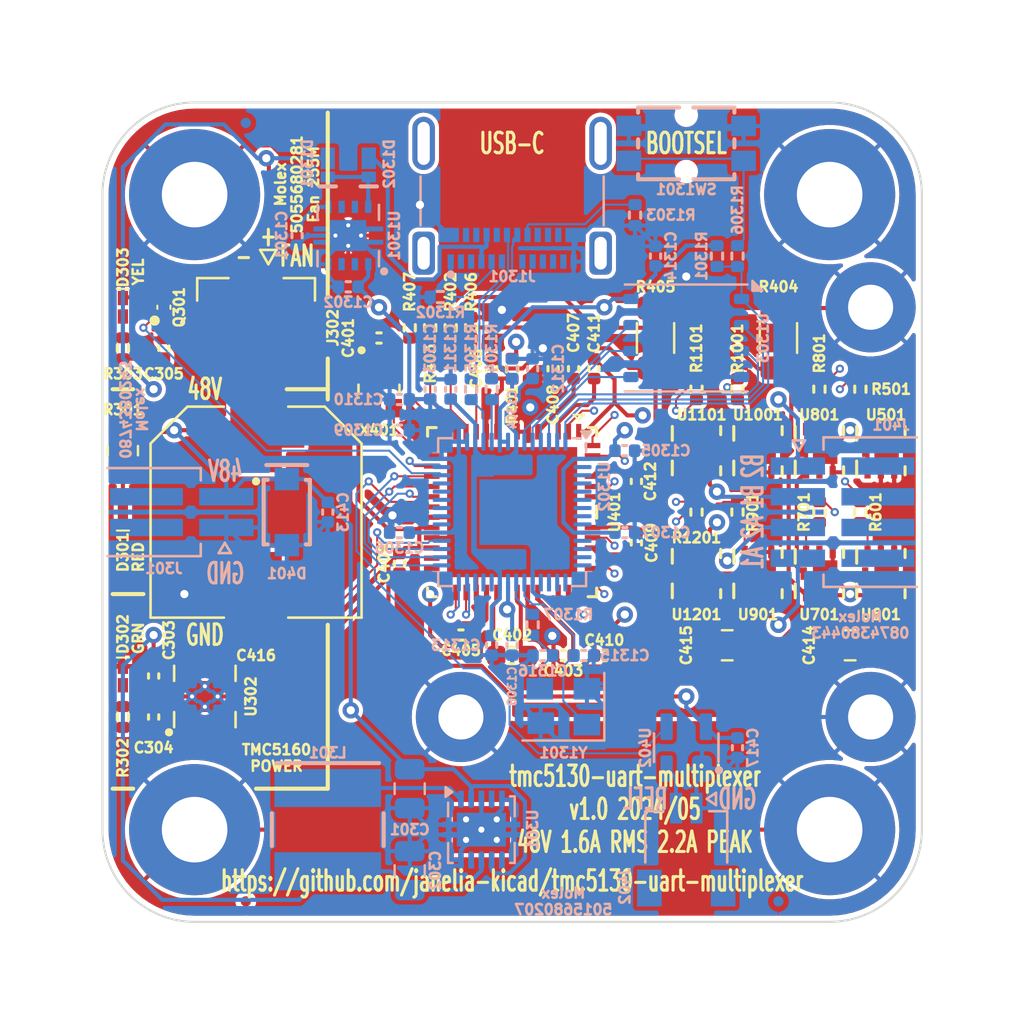
<source format=kicad_pcb>
(kicad_pcb (version 20221018) (generator pcbnew)
  (title_block (title "tmc5130-uart-multiplexer") (date "2024-05-08") (rev "1.0") (company "Howard Hughes Medical Institute"))
  (layers (0 "F.Cu" signal) (1 "In1.Cu" signal "Gnd") (2 "In2.Cu" signal "Power") (31 "B.Cu" signal) (34 "B.Paste" user) (35 "F.Paste" user) (36 "B.SilkS" user "B.Silkscreen") (37 "F.SilkS" user "F.Silkscreen") (38 "B.Mask" user) (39 "F.Mask" user) (44 "Edge.Cuts" user))
  (net 0 "")
  (net 1 "/GND")
  (net 2 "/tmc5160/CPO")
  (net 3 "/tmc5160/CPI")
  (net 4 "/tmc5160/VCP")
  (net 5 "/tmc5160/VCC")
  (net 6 "/tmc5160/5VOUT")
  (net 7 "/tmc5160/12VOUT")
  (net 8 "/tmc5160/CA1")
  (net 9 "/tmc5160/BMA1")
  (net 10 "/tmc5160/CA2")
  (net 11 "/tmc5160/BMA2")
  (net 12 "/tmc5160/CB1")
  (net 13 "/tmc5160/BMB1")
  (net 14 "/tmc5160/CB2")
  (net 15 "/tmc5160/BMB2")
  (net 16 "/rp2040/VSYS")
  (net 17 "/ENABLE_FAN")
  (net 18 "/rp2040/+3.3V")
  (net 19 "/rp2040/+1.1V")
  (net 20 "/rp2040/XIN")
  (net 21 "/rp2040/XOUTB")
  (net 22 "/power/FAN-")
  (net 23 "/rp2040/VBUS")
  (net 24 "/tmc5160/REFL")
  (net 25 "/rp2040/CC1")
  (net 26 "/rp2040/CC2")
  (net 27 "/rp2040/D+")
  (net 28 "/rp2040/D-")
  (net 29 "/tmc5160/SRAH")
  (net 30 "/tmc5160/SRA")
  (net 31 "/tmc5160/SRBH")
  (net 32 "/ENABLE_VIO")
  (net 33 "/~{CS}")
  (net 34 "/SCK")
  (net 35 "/MOSI")
  (net 36 "/MISO")
  (net 37 "/tmc5160/SRB")
  (net 38 "/VM")
  (net 39 "/VIO")
  (net 40 "/tmc5160/SRAL")
  (net 41 "/DIAG0")
  (net 42 "/DIAG1")
  (net 43 "/+5V")
  (net 44 "/tmc5160/SRBL")
  (net 45 "/tmc5160/HA1")
  (net 46 "/tmc5160/HA2")
  (net 47 "/tmc5160/LA2")
  (net 48 "/tmc5160/LA1")
  (net 49 "/power/LED_RED+")
  (net 50 "/power/LED_GRN+")
  (net 56 "/tmc5160/HB2")
  (net 57 "/tmc5160/HB1")
  (net 58 "/tmc5160/LB1")
  (net 59 "/tmc5160/LB2")
  (net 60 "/rp2040/QSPI_SS")
  (net 61 "/power/SW")
  (net 62 "/rp2040/USB_P")
  (net 63 "/rp2040/USB_N")
  (net 64 "/rp2040/~{USB_BOOT}")
  (net 65 "/rp2040/XOUT")
  (net 66 "/tmc5160/CLOCK")
  (net 75 "/power/LED_YEL+")
  (net 76 "/tmc5160/mosfet1/GATEB")
  (net 77 "/tmc5160/mosfet2/GATEB")
  (net 78 "/tmc5160/mosfet4/GATEB")
  (net 79 "/tmc5160/mosfet3/GATEB")
  (net 80 "/tmc5160/mosfet6/GATEB")
  (net 81 "/tmc5160/mosfet5/GATEB")
  (net 82 "/tmc5160/mosfet7/GATEB")
  (net 87 "/tmc5160/REFL_DEBOUNCED")
  (net 98 "/rp2040/QSPI_SD3")
  (net 99 "/rp2040/QSPI_SCLK")
  (net 100 "/rp2040/QSPI_SD0")
  (net 101 "/rp2040/QSPI_SD2")
  (net 102 "/rp2040/QSPI_SD1")
  (net 119 "/tmc5160/mosfet8/GATEB")
  (footprint "Janelia:R_0402_1005Metric" (layer "F.Cu") (at 148.4 92.6 90)
    (fp_text reference "R403")
    (fp_text value "47")
  )
  (footprint "Janelia:R_0402_1005Metric" (layer "F.Cu") (at 163.4 101.6 -90)
    (fp_text reference "R901")
    (fp_text value "15")
  )
  (footprint "Janelia:C_0402_1005Metric" (layer "F.Cu") (at 135.4 93.6 90)
    (fp_text reference "C305")
    (fp_text value "1uF_25V")
  )
  (footprint "Janelia:BUK7D3660EX_NEX" (layer "F.Cu") (at 170.4 98.6 -90)
    (fp_text reference "U501")
    (fp_text value "BUK7D36-60EX")
  )
  (footprint "Janelia:R_0402_1005Metric" (layer "F.Cu") (at 133.4 111.6 90)
    (fp_text reference "R302")
    (fp_text value "64.9")
  )
  (footprint "Janelia:XFDFN-3" (layer "F.Cu") (at 135.4 91.6 180)
    (fp_text reference "Q301")
    (fp_text value "MOSFET-N-CH")
  )
  (footprint "Janelia:R_0402_1005Metric" (layer "F.Cu") (at 167.4 95.6 -90)
    (fp_text reference "R801")
    (fp_text value "15")
  )
  (footprint "Janelia:C_0402_1005Metric" (layer "F.Cu") (at 155.4 94.6 90)
    (fp_text reference "C407")
    (fp_text value "2.2uF_35V")
  )
  (footprint "Janelia:LED_0402-1005_KNB" (layer "F.Cu") (at 133.4 109.6 -90)
    (fp_text reference "D302")
    (fp_text value "LED_GRN")
  )
  (footprint "Janelia:C_0402_1005Metric" (layer "F.Cu") (at 151.4 94.6 90)
    (fp_text reference "C406")
    (fp_text value "2.2uF_35V")
  )
  (footprint "Janelia:MountingHole_3.2mm_M3_Pad" (layer "F.Cu") (at 167.9 117.1)
    (fp_text reference "H203" hide)
    (fp_text value "MountingHole_M3_Pad" hide)
  )
  (footprint "Janelia:BUK7D3660EX_NEX" (layer "F.Cu") (at 167.4 98.6 -90)
    (fp_text reference "U801")
    (fp_text value "BUK7D36-60EX")
  )
  (footprint "Janelia:R_0402_1005Metric" (layer "F.Cu") (at 133.4 93.6 90)
    (fp_text reference "R303")
    (fp_text value "249")
  )
  (footprint "Janelia:R_0402_1005Metric" (layer "F.Cu") (at 150.4 92.6 90)
    (fp_text reference "R406")
    (fp_text value "47")
  )
  (footprint "Janelia:R_0402_1005Metric" (layer "F.Cu") (at 161.4 101.6 -90)
    (fp_text reference "R1201")
    (fp_text value "15")
  )
  (footprint "Janelia:C_0402_1005Metric" (layer "F.Cu") (at 146.9 104.1 -90)
    (fp_text reference "C404")
    (fp_text value "0.1uF_100V")
  )
  (footprint "Janelia:C_0402_1005Metric" (layer "F.Cu") (at 156.4 94.6 90)
    (fp_text reference "C411")
    (fp_text value "0.22uF_25V")
  )
  (footprint "Janelia:R_0402_1005Metric" (layer "F.Cu") (at 169.4 95.6 -90)
    (fp_text reference "R501")
    (fp_text value "15")
  )
  (footprint "Janelia:BUK7D3660EX_NEX" (layer "F.Cu") (at 164.4 98.6 -90)
    (fp_text reference "U1001")
    (fp_text value "BUK7D36-60EX")
  )
  (footprint "Janelia:C_0402_1005Metric" (layer "F.Cu") (at 154.9 108.6)
    (fp_text reference "C403")
    (fp_text value "0.1uF_100V")
  )
  (footprint "Janelia:R_1206_3216Metric" (layer "F.Cu") (at 165.4 93.1 90)
    (fp_text reference "R404")
    (fp_text value "0.15")
  )
  (footprint "Janelia:BUK7D3660EX_NEX" (layer "F.Cu") (at 164.4 104.6 -90)
    (fp_text reference "U901")
    (fp_text value "BUK7D36-60EX")
  )
  (footprint "Janelia:R_0402_1005Metric" (layer "F.Cu") (at 163.4 95.6 -90)
    (fp_text reference "R1001")
    (fp_text value "15")
  )
  (footprint "Janelia:CP_Hybrid_EEHZS1H221V" (layer "F.Cu") (at 139.9 101.6 -90)
    (fp_text reference "C416")
    (fp_text value "220uF_63V")
  )
  (footprint "Janelia:C_0805_2012Metric" (layer "F.Cu") (at 162.9 108.1 180)
    (fp_text reference "C415")
    (fp_text value "2.2uF_100V")
  )
  (footprint "Janelia:C_0402_1005Metric" (layer "F.Cu") (at 134.9 109.6 -90)
    (fp_text reference "C303")
    (fp_text value "1uF_25V")
  )
  (footprint "Janelia:C_0402_1005Metric" (layer "F.Cu") (at 154.4 94.6 90)
    (fp_text reference "C408")
    (fp_text value "0.1uF_100V")
  )
  (footprint "Janelia:BUK7D3660EX_NEX" (layer "F.Cu") (at 161.4 104.6 -90)
    (fp_text reference "U1201")
    (fp_text value "BUK7D36-60EX")
  )
  (footprint "Janelia:C_0402_1005Metric" (layer "F.Cu") (at 156.9 108.6)
    (fp_text reference "C410")
    (fp_text value "0.22uF_25V")
  )
  (footprint "Janelia:R_1206_3216Metric" (layer "F.Cu") (at 159.4 93.1 90)
    (fp_text reference "R405")
    (fp_text value "0.15")
  )
  (footprint "Janelia:BUK7D3660EX_NEX" (layer "F.Cu") (at 161.4 98.6 -90)
    (fp_text reference "U1101")
    (fp_text value "BUK7D36-60EX")
  )
  (footprint "Janelia:R_0402_1005Metric" (layer "F.Cu") (at 149.4 92.6 90)
    (fp_text reference "R402")
    (fp_text value "47")
  )
  (footprint "Janelia:R_0402_1005Metric" (layer "F.Cu") (at 147.4 92.6 90)
    (fp_text reference "R407")
    (fp_text value "47")
  )
  (footprint "Janelia:R_0402_1005Metric" (layer "F.Cu") (at 152.4 94.6 -90)
    (fp_text reference "R401")
    (fp_text value "2.2")
  )
  (footprint "Janelia:C_0402_1005Metric" (layer "F.Cu") (at 145.9 93.1 180)
    (fp_text reference "C401")
    (fp_text value "0.1uF_100V")
  )
  (footprint "Janelia:OSC_ECS-2520S33-160-FN-TR" (layer "F.Cu") (at 145.9 95.6 -90)
    (fp_text reference "X401")
    (fp_text value "16MHz")
  )
  (footprint "Janelia:BUK7D3660EX_NEX" (layer "F.Cu") (at 167.4 104.6 -90)
    (fp_text reference "U701")
    (fp_text value "BUK7D36-60EX")
  )
  (footprint "Janelia:21-100593_ADI" (layer "F.Cu") (at 152.4 101.6 -90)
    (fp_text reference "U401")
    (fp_text value "TMC5160A-WA")
  )
  (footprint "Janelia:MountingHole_3.2mm_M3_Pad" (layer "F.Cu") (at 136.9 86.1)
    (fp_text reference "H201" hide)
    (fp_text value "MountingHole_M3_Pad" hide)
  )
  (footprint "Janelia:C_0402_1005Metric" (layer "F.Cu") (at 158.464852 100.1 90)
    (fp_text reference "C412")
    (fp_text value "0.22uF_25V")
  )
  (footprint "Janelia:R_0402_1005Metric" (layer "F.Cu") (at 167.4 101.6 -90)
    (fp_text reference "R701")
    (fp_text value "15")
  )
  (footprint "Janelia:BUK7D3660EX_NEX" (layer "F.Cu") (at 170.4 104.6 -90)
    (fp_text reference "U601")
    (fp_text value "BUK7D36-60EX")
  )
  (footprint "Janelia:C_0603_1608Metric" (layer "F.Cu") (at 152.4 108.6)
    (fp_text reference "C402")
    (fp_text value "22nF_100V")
  )
  (footprint "Janelia:R_0805_2012Metric" (layer "F.Cu") (at 133.4 98.6 -90)
    (fp_text reference "R301")
    (fp_text value "2.32k")
  )
  (footprint "Janelia:R_0402_1005Metric" (layer "F.Cu") (at 169.4 101.6 -90)
    (fp_text reference "R601")
    (fp_text value "15")
  )
  (footprint "Janelia:Molex_Micro-Lock-PLUS-505568_1x02_P1.25mm_Vertical" (layer "F.Cu") (at 139.9 92.1 180)
    (fp_text reference "J302")
    (fp_text value "Molex_Pico-Lock-PLUS_Vertical")
  )
  (footprint "Janelia:LED_0402-1005_KNB" (layer "F.Cu") (at 133.4 101.6 90)
    (fp_text reference "D301")
    (fp_text value "LED_RED")
  )
  (footprint "Janelia:MountingHole_3.2mm_M3_Pad" (layer "F.Cu") (at 167.9 86.1)
    (fp_text reference "H202" hide)
    (fp_text value "MountingHole_M3_Pad" hide)
  )
  (footprint "Janelia:FIDUCIAL_0.5mm_Mask1mm" (layer "F.Cu") (at 165.4 82.6)
    (fp_text reference "FID202")
    (fp_text value "FIDUCIAL_0.5mm_MASK1mm" hide)
  )
  (footprint "Janelia:C_0402_1005Metric" (layer "F.Cu") (at 149.9 107.6 180)
    (fp_text reference "C405")
    (fp_text value "0.47uF_35V")
  )
  (footprint "Janelia:FAN_5VDC_25x25x8mm" (layer "F.Cu") (at 159.9 101.6)
    (fp_text reference "M301" hide)
    (fp_text value "Fan_5VDC_25x25x8mm" hide)
  )
  (footprint "Janelia:C_0402_1005Metric" (layer "F.Cu") (at 158.464852 103.1 -90)
    (fp_text reference "C409")
    (fp_text value "0.22uF_25V")
  )
  (footprint "Janelia:FIDUCIAL_0.5mm_Mask1mm" (layer "F.Cu") (at 139.4 120.6)
    (fp_text reference "FID204")
    (fp_text value "FIDUCIAL_0.5mm_MASK1mm" hide)
  )
  (footprint "Janelia:R_0402_1005Metric" (layer "F.Cu") (at 161.4 95.6 -90)
    (fp_text reference "R1101")
    (fp_text value "15")
  )
  (footprint "Janelia:LED_0402-1005_KNB" (layer "F.Cu") (at 133.4 91.6 -90)
    (fp_text reference "D303")
    (fp_text value "LED_YEL")
  )
  (footprint "Janelia:TPS737Q1" (layer "F.Cu") (at 137.4 110.6 90)
    (fp_text reference "U302")
    (fp_text value "Linear_3.3V_1A")
  )
  (footprint "Janelia:MountingHole_3.2mm_M3_Pad" (layer "F.Cu") (at 136.9 117.1)
    (fp_text reference "H204" hide)
    (fp_text value "MountingHole_M3_Pad" hide)
  )
  (footprint "Janelia:C_0805_2012Metric" (layer "F.Cu") (at 168.9 108.1 180)
    (fp_text reference "C414")
    (fp_text value "2.2uF_100V")
  )
  (footprint "Janelia:C_0402_1005Metric" (layer "F.Cu") (at 134.9 111.6 90)
    (fp_text reference "C304")
    (fp_text value "1uF_25V")
  )
  (footprint "Janelia:FIDUCIAL_0.5mm_Mask1mm" (layer "B.Cu") (at 139.4 82.6 180)
    (fp_text reference "FID201")
    (fp_text value "FIDUCIAL_0.5mm_MASK1mm" hide)
  )
  (footprint "Janelia:R_0402_1005Metric" (layer "B.Cu") (at 163.4 89.1 90)
    (fp_text reference "R1306")
    (fp_text value "1k")
  )
  (footprint "Janelia:R_0402_1005Metric" (layer "B.Cu") (at 151.4 95.6 -90)
    (fp_text reference "R1304")
    (fp_text value "27")
  )
  (footprint "Janelia:C_0402_1005Metric" (layer "B.Cu") (at 153.4 94.6 90)
    (fp_text reference "C1312")
    (fp_text value "0.1uF_100V")
  )
  (footprint "Janelia:Crystal_SMD_Abracon_ABM8-4Pin_3.2x2.5mm" (layer "B.Cu") (at 154.9 111.1 180)
    (fp_text reference "Y1301")
    (fp_text value "Crystal_12MHz")
  )
  (footprint "Janelia:C_0402_1005Metric" (layer "B.Cu") (at 155.9 108.6)
    (fp_text reference "C1315")
    (fp_text value "15pF_25V")
  )
  (footprint "Janelia:C_0805_2012Metric" (layer "B.Cu") (at 147.4 115.1 -90)
    (fp_text reference "C301")
    (fp_text value "2.2uF_100V")
  )
  (footprint "Janelia:CR_DSN2_152AB-C_OSI" (layer "B.Cu") (at 143.4 84.6 90)
    (fp_text reference "D1301")
    (fp_text value "D_SCHOTTKY_40V_2A")
  )
  (footprint "Janelia:C_0402_1005Metric" (layer "B.Cu") (at 153.9 108.6 180)
    (fp_text reference "C1316")
    (fp_text value "15pF_25V")
  )
  (footprint "Janelia:R_0402_1005Metric" (layer "B.Cu") (at 150.4 95.6 -90)
    (fp_text reference "R1305")
    (fp_text value "27")
  )
  (footprint "Janelia:C_0402_1005Metric" (layer "B.Cu") (at 152.4 94.6 90)
    (fp_text reference "C1304")
    (fp_text value "0.1uF_100V")
  )
  (footprint "Janelia:C_0402_1005Metric" (layer "B.Cu") (at 157.9 102.6)
    (fp_text reference "C1307")
    (fp_text value "0.1uF_100V")
  )
  (footprint "Janelia:SOT192P237X122-4N" (layer "B.Cu") (at 160.9 113.1 90)
    (fp_text reference "U402")
    (fp_text value "MAX6816")
  )
  (footprint "Janelia:Molex_Pico-SPOX-87438_1x04-P1.5mm_Horizontal" (layer "B.Cu") (at 169.4 101.6 -90)
    (fp_text reference "J401")
    (fp_text value "Molex_Pico-SPOX_Horizontal")
  )
  (footprint "Janelia:USB_C_Receptacle_Amphenol_10152803-00011LF" (layer "B.Cu") (at 152.4 83.6)
    (fp_text reference "J1301")
    (fp_text value "Connector_USB_C_Receptacle")
  )
  (footprint "Janelia:SMT_1045822_WRE" (layer "B.Cu") (at 160.9 83.6)
    (fp_text reference "SW1301")
    (fp_text value "Switch_Tactile_SPST-NO_SMT_Side")
  )
  (footprint "Janelia:WSON-8-1EP_6x5mm_P1.27mm_EP3.4x4.3mm" (layer "B.Cu") (at 160.9 93.1 180)
    (fp_text reference "U1303")
    (fp_text value "Memory_Flash_W25Q128JVZPIQ")
  )
  (footprint "Janelia:Molex_Pico-SPOX-87438_1x02-P1.5mm_Horizontal" (layer "B.Cu") (at 135.4 101.6 90)
    (fp_text reference "J301")
    (fp_text value "Molex_Pico-SPOX_Horizontal")
  )
  (footprint "Janelia:C_0402_1005Metric" (layer "B.Cu") (at 146.9 97.6 180)
    (fp_text reference "C1309")
    (fp_text value "0.1uF_100V")
  )
  (footprint "Janelia:C_0402_1005Metric" (layer "B.Cu") (at 159.4 89.1 90)
    (fp_text reference "C1314")
    (fp_text value "0.1uF_100V")
  )
  (footprint "Janelia:C_0402_1005Metric" (layer "B.Cu") (at 152.4 108.1 -90)
    (fp_text reference "C1308")
    (fp_text value "0.1uF_100V")
  )
  (footprint "Janelia:C_0402_1005Metric" (layer "B.Cu") (at 146.9 96.1 180)
    (fp_text reference "C1310")
    (fp_text value "0.1uF_100V")
  )
  (footprint "Janelia:C_0402_1005Metric" (layer "B.Cu") (at 148.4 95.6 90)
    (fp_text reference "C1303")
    (fp_text value "1uF_35V")
  )
  (footprint "Janelia:C_0402_1005Metric" (layer "B.Cu") (at 144.4 90.6 180)
    (fp_text reference "C1302")
    (fp_text value "1uF_25V")
  )
  (footprint "Janelia:SMFSeries_LTF" (layer "B.Cu") (at 141.4 101.6 -90)
    (fp_text reference "D401")
    (fp_text value "D_Zener_48V_2.6A")
  )
  (footprint "Janelia:CR_DSN2_152AB-C_OSI" (layer "B.Cu") (at 145.4 84.6 90)
    (fp_text reference "D1302")
    (fp_text value "D_SCHOTTKY_40V_2A")
  )
  (footprint "Janelia:C_0402_1005Metric" (layer "B.Cu") (at 157.9 98.6)
    (fp_text reference "C1305")
    (fp_text value "0.1uF_100V")
  )
  (footprint "Janelia:C_0805_2012Metric" (layer "B.Cu") (at 147.4 119.1 90)
    (fp_text reference "C302")
    (fp_text value "47uF_10V")
  )
  (footprint "Janelia:R_0402_1005Metric" (layer "B.Cu") (at 158.4 87.1 -90)
    (fp_text reference "R1303")
    (fp_text value "5.1k")
  )
  (footprint "Janelia:IND_CB_SD25" (layer "B.Cu") (at 143.4 117.1 -90)
    (fp_text reference "L301")
    (fp_text value "150uH_553mA")
  )
  (footprint "Janelia:R_0402_1005Metric" (layer "B.Cu") (at 153.4 107.1 -90)
    (fp_text reference "R1307")
    (fp_text value "1k")
  )
  (footprint "Janelia:R_0402_1005Metric" (layer "B.Cu") (at 148.9 91.1 180)
    (fp_text reference "R1302")
    (fp_text value "5.1k")
  )
  (footprint "Janelia:C_0402_1005Metric" (layer "B.Cu") (at 151.4 108.1 -90)
    (fp_text reference "C1313")
    (fp_text value "0.1uF_100V")
  )
  (footprint "Janelia:C_0402_1005Metric" (layer "B.Cu") (at 143.4 101.6 -90)
    (fp_text reference "C413")
    (fp_text value "0.1uF_100V")
  )
  (footprint "Janelia:FIDUCIAL_0.5mm_Mask1mm" (layer "B.Cu") (at 165.4 120.6 180)
    (fp_text reference "FID203")
    (fp_text value "FIDUCIAL_0.5mm_MASK1mm" hide)
  )
  (footprint "Janelia:R_0402_1005Metric" (layer "B.Cu") (at 162.4 89.1 90)
    (fp_text reference "R1301")
    (fp_text value "10.0k")
  )
  (footprint "Janelia:TPS737Q1" (layer "B.Cu") (at 144.4 88.1 90)
    (fp_text reference "U1301")
    (fp_text value "Linear_3.3V_1A")
  )
  (footprint "Janelia:Texas_S-PVSON-N10_ThermalVias" (layer "B.Cu") (at 150.9 117.1 -90)
    (fp_text reference "U301")
    (fp_text value "Switching_5V_500mA")
  )
  (footprint "Janelia:C_0402_1005Metric" (layer "B.Cu") (at 146.9 102.6 180)
    (fp_text reference "C1306")
    (fp_text value "0.1uF_100V")
  )
  (footprint "Janelia:QFN-56-1EP_7x7mm_P0.4mm_EP3.2x3.2mm" (layer "B.Cu") (at 152.4 101.6 180)
    (fp_text reference "U1302")
    (fp_text value "MCU_RP2040")
  )
  (footprint "Janelia:C_0402_1005Metric" (layer "B.Cu") (at 141.9 88.1 -90)
    (fp_text reference "C1301")
    (fp_text value "1uF_25V")
  )
  (footprint "Janelia:Molex_Pico-Clasp-501568_1x02_P1mm_Horizontal" (layer "B.Cu") (at 160.9 118.6 180)
    (fp_text reference "J402")
    (fp_text value "Molex_Pico-Clasp_Horizontal")
  )
  (footprint "Janelia:C_0402_1005Metric" (layer "B.Cu") (at 149.4 95.6 90)
    (fp_text reference "C1311")
    (fp_text value "1uF_35V")
  )
  (footprint "Janelia:C_0402_1005Metric" (layer "B.Cu") (at 163.4 113.1 -90)
    (fp_text reference "C417")
    (fp_text value "0.1uF_100V")
  )
  (gr_line (start 143.4 95.6) (end 143.4 94.1) (stroke (width 0.2)) (layer "F.SilkS"))
  (gr_line (start 143.4 95.6) (end 143.4 96.1) (stroke (width 0.2)) (layer "F.SilkS"))
  (gr_line (start 143.4 115.1) (end 139.9 115.1) (stroke (width 0.2)) (layer "F.SilkS"))
  (gr_line (start 143.4 107.1) (end 143.4 115.1) (stroke (width 0.2)) (layer "F.SilkS"))
  (gr_line (start 141.4 95.6) (end 143.4 95.6) (stroke (width 0.2)) (layer "F.SilkS"))
  (gr_line (start 143.4 82.1) (end 143.4 91.1) (stroke (width 0.2)) (layer "F.SilkS"))
  (gr_line (start 132.9 95.6) (end 133.9 95.6) (stroke (width 0.2)) (layer "F.SilkS"))
  (gr_line (start 132.9 105.6) (end 134.4 105.6) (stroke (width 0.2)) (layer "F.SilkS"))
  (gr_line (start 133.9 115.1) (end 132.9 115.1) (stroke (width 0.2)) (layer "F.SilkS"))
  (gr_line (start 132.4 117.1) (end 132.4 86.1) (stroke (width 0.1)) (layer "Edge.Cuts"))
  (gr_line (start 172.4 86.1) (end 172.4 117.1) (stroke (width 0.1)) (layer "Edge.Cuts"))
  (gr_arc (start 172.4 117.1) (mid 171.081981 120.281981) (end 167.9 121.6) (stroke (width 0.1)) (layer "Edge.Cuts"))
  (gr_arc (start 167.9 81.6) (mid 171.081981 82.918019) (end 172.4 86.1) (stroke (width 0.1)) (layer "Edge.Cuts"))
  (gr_arc (start 136.9 121.6) (mid 133.718019 120.281981) (end 132.4 117.1) (stroke (width 0.1)) (layer "Edge.Cuts"))
  (gr_line (start 167.9 121.6) (end 136.9 121.6) (stroke (width 0.1)) (layer "Edge.Cuts"))
  (gr_arc (start 132.4 86.1) (mid 133.718019 82.918019) (end 136.9 81.6) (stroke (width 0.1)) (layer "Edge.Cuts"))
  (gr_line (start 136.9 81.6) (end 167.9 81.6) (stroke (width 0.1)) (layer "Edge.Cuts"))
  (gr_text "B2" (at 164.15 99.35 90) (layer "B.SilkS") (effects (font (size 1 0.6) (thickness 0.15) bold) (justify mirror)))
  (gr_text "A1" (at 164.15 103.85 90) (layer "B.SilkS") (effects (font (size 1 0.6) (thickness 0.15) bold) (justify mirror)))
  (gr_text "Molex\n0874380243" (at 133.9 96.6 -90) (layer "B.SilkS") (effects (font (size 0.5 0.5) (thickness 0.125) bold) (justify mirror)))
  (gr_text "Molex\n0874380443" (at 169.4 107.1) (layer "B.SilkS") (effects (font (size 0.5 0.5) (thickness 0.125) bold) (justify mirror)))
  (gr_text "A2" (at 164.15 102.35 90) (layer "B.SilkS") (effects (font (size 1 0.6) (thickness 0.15) bold) (justify mirror)))
  (gr_text "GND" (at 138.4 104.6) (layer "B.SilkS") (effects (font (size 1 0.6) (thickness 0.15) bold) (justify mirror)))
  (gr_text "48V" (at 138.4 99.6) (layer "B.SilkS") (effects (font (size 1 0.6) (thickness 0.15) bold) (justify mirror)))
  (gr_text "REFL" (at 158.9 115.6) (layer "B.SilkS") (effects (font (size 1 0.6) (thickness 0.15) bold) (justify mirror)))
  (gr_text "GND" (at 163.4 115.6) (layer "B.SilkS") (effects (font (size 1 0.6) (thickness 0.15) bold) (justify mirror)))
  (gr_text "B1" (at 164.15 100.85 90) (layer "B.SilkS") (effects (font (size 1 0.6) (thickness 0.15) bold) (justify mirror)))
  (gr_text "Molex\n5015680207" (at 154.9 120.6) (layer "B.SilkS") (effects (font (size 0.5 0.5) (thickness 0.125) bold) (justify mirror)))
  (gr_text "BOOTSEL" (at 160.9 83.6) (layer "F.SilkS") (effects (font (size 1 0.6) (thickness 0.15) bold)))
  (gr_text "TMC5160\nPOWER" (at 140.9 113.6) (layer "F.SilkS") (effects (font (size 0.5 0.5) (thickness 0.125) bold)))
  (gr_text "YEL" (at 134.15 90.6 90) (layer "F.SilkS") (effects (font (size 0.5 0.5) (thickness 0.125) bold) (justify left)))
  (gr_text "GRN" (at 134.15 108.6 90) (layer "F.SilkS") (effects (font (size 0.5 0.5) (thickness 0.125) bold) (justify left)))
  (gr_text "FAN" (at 141.9 89.1) (layer "F.SilkS") (effects (font (size 1 0.6) (thickness 0.15) bold)))
  (gr_text "48V" (at 137.4 95.6) (layer "F.SilkS") (effects (font (size 1 0.6) (thickness 0.15) bold)))
  (gr_text "GND" (at 137.4 107.6) (layer "F.SilkS") (effects (font (size 1 0.6) (thickness 0.15) bold)))
  (gr_text "tmc5130-uart-multiplexer\nv1.0 2024/05\n48V 1.6A RMS 2.2A PEAK" (at 158.4 116.1) (layer "F.SilkS") (effects (font (size 1 0.6) (thickness 0.15) bold)))
  (gr_text "https://github.com/janelia-kicad/tmc5130-uart-multiplexer" (at 152.4 119.6) (layer "F.SilkS") (effects (font (size 1 0.6) (thickness 0.15) bold)))
  (gr_text "Molex\n5055680281\nFan 255M\n" (at 141.9 85.6 90) (layer "F.SilkS") (effects (font (size 0.5 0.5) (thickness 0.125) bold)))
  (gr_text "+" (at 140.5 88.1) (layer "F.SilkS") (effects (font (size 1 0.6) (thickness 0.15) bold)))
  (gr_text "USB-C" (at 152.4 83.6) (layer "F.SilkS") (effects (font (size 1 0.6) (thickness 0.15) bold)))
  (gr_text "RED" (at 134.15 104.6 90) (layer "F.SilkS") (effects (font (size 0.5 0.5) (thickness 0.125) bold) (justify left)))
  (gr_text "-" (at 139.3 89.1) (layer "F.SilkS") (effects (font (size 1 0.6) (thickness 0.15) bold)))
  (segment (start 149.65 117.1) (end 136.9 117.1) (width 0.2) (layer "F.Cu") (net 1))
  (segment (start 152.913 94.587) (end 153.38 94.12) (width 0.2) (layer "F.Cu") (net 1))
  (segment (start 143.667588 95.017588) (end 145.175 96.525) (width 0.2) (layer "F.Cu") (net 1))
  (segment (start 162.902 109.052) (end 166.998 109.052) (width 0.2) (layer "F.Cu") (net 1))
  (segment (start 148.4757 98.349999) (end 149.149999 98.349999) (width 0.2) (layer "F.Cu") (net 1))
  (segment (start 149.42 107.6) (end 149.993 107.027) (width 0.2) (layer "F.Cu") (net 1))
  (segment (start 133.4 109.115) (end 133.273 108.988) (width 0.2) (layer "F.Cu") (net 1))
  (segment (start 167.95 109.65) (end 169.9 111.6) (width 0.2) (layer "F.Cu") (net 1))
  (segment (start 148.4757 104.850001) (end 147.170001 104.850001) (width 0.2) (layer "F.Cu") (net 1))
  (segment (start 148.4757 101.85) (end 152.15 101.85) (width 0.2) (layer "F.Cu") (net 1))
  (segment (start 132.853 109.1545) (end 132.9075 109.1) (width 0.2) (layer "F.Cu") (net 1))
  (segment (start 153.38 94.12) (end 154.4 94.12) (width 0.2) (layer "F.Cu") (net 1))
  (segment (start 133.935 109.115) (end 134.9 110.08) (width 0.2) (layer "F.Cu") (net 1))
  (segment (start 144.4 92.08) (end 144.4 88.6) (width 0.2) (layer "F.Cu") (net 1))
  (segment (start 147.75387 101.85) (end 147.50387 102.1) (width 0.2) (layer "F.Cu") (net 1))
  (segment (start 133.4 109.115) (end 133.935 109.115) (width 0.2) (layer "F.Cu") (net 1))
  (segment (start 145.025 88.1) (end 146.4 88.1) (width 0.2) (layer "F.Cu") (net 1))
  (segment (start 159.4 91.6375) (end 160.9 90.1375) (width 0.2) (layer "F.Cu") (net 1))
  (segment (start 165.4 91.6375) (end 169.8625 91.6375) (width 0.2) (layer "F.Cu") (net 1))
  (segment (start 145.025 89.715) (end 145.025 88.1) (width 0.2) (layer "F.Cu") (net 1))
  (segment (start 136.4 105.6) (end 133.4 102.6) (width 0.2) (layer "F.Cu") (net 1))
  (segment (start 136.9 117.1) (end 132.853 113.053) (width 0.2) (layer "F.Cu") (net 1))
  (segment (start 149.149999 105.5243) (end 149.149999 104.850001) (width 0.2) (layer "F.Cu") (net 1))
  (segment (start 133.385 109.1) (end 133.4 109.115) (width 0.2) (layer "F.Cu") (net 1))
  (segment (start 167.95 108.1) (end 167.95 109.65) (width 0.2) (layer "F.Cu") (net 1))
  (segment (start 151.867 94.587) (end 152.913 94.587) (width 0.2) (layer "F.Cu") (net 1))
  (segment (start 161.95 108.1) (end 162.902 109.052) (width 0.2) (layer "F.Cu") (net 1))
  (segment (start 151.15 97.6757) (end 151.15 100.35) (width 0.2) (layer "F.Cu") (net 1))
  (segment (start 136.4 105.6) (end 136.6 105.4) (width 0.2) (layer "F.Cu") (net 1))
  (segment (start 151.15 102.85) (end 152.4 101.6) (width 0.2) (layer "F.Cu") (net 1))
  (segment (start 143.775 86.813288) (end 140.659712 83.698) (width 0.2) (layer "F.Cu") (net 1))
  (segment (start 134.9 111.12) (end 134.9 110.6) (width 0.2) (layer "F.Cu") (net 1))
  (segment (start 153.9 93.6) (end 153.9 93.62) (width 0.2) (layer "F.Cu") (net 1))
  (segment (start 146.4 88.1) (end 147.9 86.6) (width 0.2) (layer "F.Cu") (net 1))
  (segment (start 149.993 107.027) (end 150.396 107.027) (width 0.2) (layer "F.Cu") (net 1))
  (segment (start 136.4 94.6) (end 136.817588 95.017588) (width 0.2) (layer "F.Cu") (net 1))
  (segment (start 147.170001 104.850001) (end 146.9 104.58) (width 0.2) (layer "F.Cu") (net 1))
  (segment (start 166.998 109.052) (end 167.95 108.1) (width 0.2) (layer "F.Cu") (net 1))
  (segment (start 136.4 94.12) (end 136.4 94.6) (width 0.2) (layer "F.Cu") (net 1))
  (segment (start 144.548 93.972) (end 145.42 93.1) (width 0.2) (layer "F.Cu") (net 1))
  (segment (start 150.4 92.09) (end 151.537 92.09) (width 0.2) (layer "F.Cu") (net 1))
  (segment (start 133.4 102.6) (end 133.4 102.085) (width 0.2) (layer "F.Cu") (net 1))
  (segment (start 150.650001 103.349999) (end 152.4 101.6) (width 0.2) (layer "F.Cu") (net 1))
  (segment (start 160.9 90.1375) (end 160.9 90.1) (width 0.2) (layer "F.Cu") (net 1))
  (segment (start 150.9 117.1) (end 167.9 117.1) (width 0.2) (layer "F.Cu") (net 1))
  (segment (start 134.9 105.6) (end 136.4 105.6) (width 0.2) (layer "F.Cu") (net 1))
  (segment (start 133.273 108.988) (end 133.273 107.227) (width 0.2) (layer "F.Cu") (net 1))
  (segment (start 150.650001 106.772999) (end 150.650001 105.5243) (width 0.2) (layer "F.Cu") (net 1))
  (segment (start 148.4757 102.85) (end 151.15 102.85) (width 0.2) (layer "F.Cu") (net 1))
  (segment (start 138.375 112) (end 138.375 111.575) (width 0.2) (layer "F.Cu") (net 1))
  (segment (start 150.396 107.027) (end 150.650001 106.772999) (width 0.2) (layer "F.Cu") (net 1))
  (segment (start 151.537 92.09) (end 151.9 91.727) (width 0.2) (layer "F.Cu") (net 1))
  (segment (start 150.650001 105.5243) (end 150.650001 103.349999) (width 0.2) (layer "F.Cu") (net 1))
  (segment (start 136.6 105.4) (end 139.9 105.4) (width 0.2) (layer "F.Cu") (net 1))
  (segment (start 169.8625 91.6375) (end 169.9 91.6) (width 0.2) (layer "F.Cu") (net 1))
  (segment (start 140.659712 83.698) (end 139.302 83.698) (width 0.2) (layer "F.Cu") (net 1))
  (segment (start 151.4 94.12) (end 151.867 94.587) (width 0.2) (layer "F.Cu") (net 1))
  (segment (start 133.273 107.227) (end 134.9 105.6) (width 0.2) (layer "F.Cu") (net 1))
  (segment (start 143.775 88.1) (end 143.775 86.813288) (width 0.2) (layer "F.Cu") (net 1))
  (segment (start 135.615 91.925) (end 135.615 92.135) (width 0.2) (layer "F.Cu") (net 1))
  (segment (start 136.817588 95.017588) (end 143.667588 95.017588) (width 0.2) (layer "F.Cu") (net 1))
  (segment (start 159.4 91.6375) (end 165.4 91.6375) (width 0.2) (layer "F.Cu") (net 1))
  (segment (start 145.42 93.1) (end 144.4 92.08) (width 0.2) (layer "F.Cu") (net 1))
  (segment (start 132.9075 109.1) (end 133.385 109.1) (width 0.2) (layer "F.Cu") (net 1))
  (segment (start 149.149999 104.850001) (end 152.4 101.6) (width 0.2) (layer "F.Cu") (net 1))
  (segment (start 148.4757 101.85) (end 147.75387 101.85) (width 0.2) (layer "F.Cu") (net 1))
  (segment (start 152.15 101.85) (end 152.4 101.6) (width 0.2) (layer "F.Cu") (net 1))
  (segment (start 135.4 93.12) (end 136.4 94.12) (width 0.2) (layer "F.Cu") (net 1))
  (segment (start 147.4 92.09) (end 145.025 89.715) (width 0.2) (layer "F.Cu") (net 1))
  (segment (start 144.548 95.898) (end 144.548 93.972) (width 0.2) (layer "F.Cu") (net 1))
  (segment (start 148.4757 104.850001) (end 149.149999 104.850001) (width 0.2) (layer "F.Cu") (net 1))
  (segment (start 151.15 100.35) (end 152.4 101.6) (width 0.2) (layer "F.Cu") (net 1))
  (segment (start 132.853 113.053) (end 132.853 109.1545) (width 0.2) (layer "F.Cu") (net 1))
  (segment (start 149.149999 98.349999) (end 152.4 101.6) (width 0.2) (layer "F.Cu") (net 1))
  (segment (start 134.9 110.6) (end 134.9 110.08) (width 0.2) (layer "F.Cu") (net 1))
  (segment (start 139.302 83.698) (end 136.9 86.1) (width 0.2) (layer "F.Cu") (net 1))
  (segment (start 135.4 92.35) (end 135.4 93.12) (width 0.2) (layer "F.Cu") (net 1))
  (segment (start 154.4 94.12) (end 155.4 94.12) (width 0.2) (layer "F.Cu") (net 1))
  (segment (start 147.50387 102.1) (end 146.9 102.1) (width 0.2) (layer "F.Cu") (net 1))
  (segment (start 135.615 92.135) (end 135.4 92.35) (width 0.2) (layer "F.Cu") (net 1))
  (segment (start 145.175 96.525) (end 144.548 95.898) (width 0.2) (layer "F.Cu") (net 1))
  (segment (start 134.9 110.6) (end 137.4 110.6) (width 0.2) (layer "F.Cu") (net 1))
  (segment (start 153.9 93.62) (end 154.4 94.12) (width 0.2) (layer "F.Cu") (net 1))
  (segment (start 150.15 117.6) (end 149.65 117.1) (width 0.2) (layer "F.Cu") (net 1))
  (segment (start 138.375 111.575) (end 137.4 110.6) (width 0.2) (layer "F.Cu") (net 1))
  (segment (start 146.9 102.1) (end 146.558001 101.758001) (width 0.2) (layer "F.Cu") (net 1))
  (via (at 160.9 90.1) (size 0.8) (drill 0.4) (layers "F.Cu" "B.Cu") (net 1))
  (via (at 147.9 86.6) (size 0.8) (drill 0.4) (layers "F.Cu" "B.Cu") (net 1))
  (via (at 136.4 105.6) (size 0.8) (drill 0.4) (layers "F.Cu" "B.Cu") (net 1))
  (via (at 153.9 93.6) (size 0.8) (drill 0.4) (layers "F.Cu" "B.Cu") (net 1))
  (via (at 151.9 91.727) (size 0.8) (drill 0.4) (layers "F.Cu" "B.Cu") (net 1))
  (via (at 146.558001 101.758001) (size 0.8) (drill 0.4) (layers "F.Cu" "B.Cu") (net 1))
  (segment (start 147.9 86.67) (end 149.3 88.07) (width 0.2) (layer "B.Cu") (net 1))
  (segment (start 148.39 91.1) (end 147.744108 91.1) (width 0.2) (layer "B.Cu") (net 1))
  (segment (start 167.38 111.6) (end 158.38 102.6) (width 0.2) (layer "B.Cu") (net 1))
  (segment (start 157.4 111.575) (end 156.05 110.225) (width 0.2) (layer "B.Cu") (net 1))
  (segment (start 161.665 114.125) (end 162.855 114.125) (width 0.2) (layer "B.Cu") (net 1))
  (segment (start 155.4 88.17) (end 155.5 88.07) (width 0.2) (layer "B.Cu") (net 1))
  (segment (start 153.4 105.475) (end 153.627 105.702) (width 0.2) (layer "B.Cu") (net 1))
  (segment (start 149.4 90.09) (end 148.39 91.1) (width 0.2) (layer "B.Cu") (net 1))
  (segment (start 150.9 115.625) (end 150.9 117.1) (width 0.2) (layer "B.Cu") (net 1))
  (segment (start 148.2 117.35) (end 147.4 118.15) (width 0.2) (layer "B.Cu") (net 1))
  (segment (start 149.35 117.35) (end 148.2 117.35) (width 0.2) (layer "B.Cu") (net 1))
  (segment (start 164.55 82.75) (end 167.9 86.1) (width 0.2) (layer "B.Cu") (net 1))
  (segment (start 141.88 88.6) (end 139.4 88.6) (width 0.2) (layer "B.Cu") (net 1))
  (segment (start 167.9 117.1) (end 164.38 113.58) (width 0.2) (layer "B.Cu") (net 1))
  (segment (start 153.4 102.6) (end 152.4 101.6) (width 0.2) (layer "B.Cu") (net 1))
  (segment (start 149.9 118.1) (end 150.9 117.1) (width 0.2) (layer "B.Cu") (net 1))
  (segment (start 148.4 95.12) (end 149.4 95.12) (width 0.2) (layer "B.Cu") (net 1))
  (segment (start 155 113.1) (end 156.9 113.1) (width 0.2) (layer "B.Cu") (net 1))
  (segment (start 152.873 110.973) (end 152.873 109.147) (width 0.2) (layer "B.Cu") (net 1))
  (segment (start 146.42 97.6) (end 146.42 96.1) (width 0.2) (layer "B.Cu") (net 1))
  (segment (start 148.4 95.12) (end 148.4 91.11) (width 0.2) (layer "B.Cu") (net 1))
  (segment (start 142.38 88.1) (end 144.4 88.1) (width 0.2) (layer "B.Cu") (net 1))
  (segment (start 143.425 89.5) (end 143.425 89.075) (width 0.2) (layer "B.Cu") (net 1))
  (segment (start 156.302 109.973) (end 165.773 109.973) (width 0.2) (layer "B.Cu") (net 1))
  (segment (start 153.9 93.6) (end 153.4 94.1) (width 0.2) (layer "B.Cu") (net 1))
  (segment (start 143.425 90.105) (end 143.92 90.6) (width 0.2) (layer "B.Cu") (net 1))
  (segment (start 152.4 108.58) (end 153.4 108.58) (width 0.2) (layer "B.Cu") (net 1))
  (segment (start 141.9 88.58) (end 142.38 88.1) (width 0.2) (layer "B.Cu") (net 1))
  (segment (start 151.9 115.625) (end 151.9 116.1) (width 0.2) (layer "B.Cu") (net 1))
  (segment (start 156.302444 87.61) (end 158.4 87.61) (width 0.2) (layer "B.Cu") (net 1))
  (segment (start 151.9 116.1) (end 150.9 117.1) (width 0.2) (layer "B.Cu") (net 1))
  (segment (start 153.8 111.9) (end 152.873 110.973) (width 0.2) (layer "B.Cu") (net 1))
  (segment (start 153.8 111.9) (end 155 113.1) (width 0.2) (layer "B.Cu") (net 1))
  (segment (start 141.4 103.2129) (end 142.2671 103.2129) (width 0.2) (layer "B.Cu") (net 1))
  (segment (start 155.4 89.37) (end 155.4 89.92) (width 0.2) (layer "B.Cu") (net 1))
  (segment (start 155.5 88.07) (end 155.842444 88.07) (width 0.2) (layer "B.Cu") (net 1))
  (segment (start 156.9 113.1) (end 157.4 112.6) (width 0.2) (layer "B.Cu") (net 1))
  (segment (start 163.7 82.75) (end 164.55 82.75) (width 0.2) (layer "B.Cu") (net 1))
  (segment (start 164.38 113.58) (end 163.4 113.58) (width 0.2) (layer "B.Cu") (net 1))
  (segment (start 158.1 82.75) (end 158.25 82.9) (width 0.2) (layer "B.Cu") (net 1))
  (segment (start 155.4 89.92) (end 154.047 91.273) (width 0.2) (layer "B.Cu") (net 1))
  (segment (start 156.05 110.225) (end 156.05 108.93) (width 0.2) (layer "B.Cu") (net 1))
  (segment (start 138.45 102.35) (end 139.3129 103.2129) (width 0.2) (layer "B.Cu") (net 1))
  (segment (start 153.4 108.58) (end 153.42 108.6) (width 0.2) (layer "B.Cu") (net 1))
  (segment (start 151.4 108.58) (end 152.4 108.58) (width 0.2) (layer "B.Cu") (net 1))
  (segment (start 149.35 116.85) (end 148.2 116.85) (width 0.2) (layer "B.Cu") (net 1))
  (segment (start 158.38 102.6) (end 158.38 98.6) (width 0.2) (layer "B.Cu") (net 1))
  (segment (start 153.4 94.1) (end 153.4 94.12) (width 0.2) (layer "B.Cu") (net 1))
  (segment (start 156.05 108.93) (end 156.38 108.6) (width 0.2) (layer "B.Cu") (net 1))
  (segment (start 147.9 86.6) (end 147.9 86.67) (width 0.2) (layer "B.Cu") (net 1))
  (segment (start 139.3129 103.2129) (end 141.4 103.2129) (width 0.2) (layer "B.Cu") (net 1))
  (segment (start 162.855 114.125) (end 163.4 113.58) (width 0.2) (layer "B.Cu") (net 1))
  (segment (start 167.4 111.6) (end 167.38 111.6) (width 0.2) (layer "B.Cu") (net 1))
  (segment (start 161.4 116.05) (end 161.4 114.39) (width 0.2) (layer "B.Cu") (net 1))
  (segment (start 148.2 116.85) (end 147.4 116.05) (width 0.2) (layer "B.Cu") (net 1))
  (segment (start 153.627 105.702) (end 153.893737 105.702) (width 0.2) (layer "B.Cu") (net 1))
  (segment (start 146.558001 101.758001) (end 146.558001 102.461999) (width 0.2) (layer "B.Cu") (net 1))
  (segment (start 156.05 110.225) (end 156.302 109.973) (width 0.2) (layer "B.Cu") (net 1))
  (segment (start 163.55 82.9) (end 163.7 82.75) (width 0.2) (layer "B.Cu") (net 1))
  (segment (start 146.558001 102.461999) (end 146.42 102.6) (width 0.2) (layer "B.Cu") (net 1))
  (segment (start 153.4 105.0375) (end 153.4 102.6) (width 0.2) (layer "B.Cu") (net 1))
  (segment (start 163.6 95.005) (end 162.805 95.005) (width 0.2) (layer "B.Cu") (net 1))
  (segment (start 169.9 111.6) (end 167.4 111.6) (width 0.2) (layer "B.Cu") (net 1))
  (segment (start 153.4 105.0375) (end 153.4 105.475) (width 0.2) (layer "B.Cu") (net 1))
  (segment (start 138.45 102.35) (end 138.45 103.55) (width 0.2) (layer "B.Cu") (net 1))
  (segment (start 139.4 88.6) (end 136.9 86.1) (width 0.2) (layer "B.Cu") (net 1))
  (segment (start 148.4 91.11) (end 148.39 91.1) (width 0.2) (layer "B.Cu") (net 1))
  (segment (start 156.38 108.188263) (end 156.38 108.6) (width 0.2) (layer "B.Cu") (net 1))
  (segment (start 155.4 89.37) (end 155.4 88.17) (width 0.2) (layer "B.Cu") (net 1))
  (segment (start 143.425 89.5) (end 143.425 90.105) (width 0.2) (layer "B.Cu") (net 1))
  (segment (start 144.744108 88.1) (end 144.4 88.1) (width 0.2) (layer "B.Cu") (net 1))
  (segment (start 149.4 89.37) (end 149.4 90.09) (width 0.2) (layer "B.Cu") (net 1))
  (segment (start 160.9 93.1) (end 160.9 90.1) (width 0.2) (layer "B.Cu") (net 1))
  (segment (start 143.425 89.075) (end 144.4 88.1) (width 0.2) (layer "B.Cu") (net 1))
  (segment (start 152.873 109.147) (end 153.42 108.6) (width 0.2) (layer "B.Cu") (net 1))
  (segment (start 165.773 109.973) (end 167.4 111.6) (width 0.2) (layer "B.Cu") (net 1))
  (segment (start 147.744108 91.1) (end 144.744108 88.1) (width 0.2) (layer "B.Cu") (net 1))
  (segment (start 159.4 88.62) (end 159.4 88.61) (width 0.2) (layer "B.Cu") (net 1))
  (segment (start 149.9 118.575) (end 149.9 118.1) (width 0.2) (layer "B.Cu") (net 1))
  (segment (start 152.354 91.273) (end 151.9 91.727) (width 0.2) (layer "B.Cu") (net 1))
  (segment (start 162.805 95.005) (end 160.9 93.1) (width 0.2) (layer "B.Cu") (net 1))
  (segment (start 154.047 91.273) (end 152.354 91.273) (width 0.2) (layer "B.Cu") (net 1))
  (segment (start 155.842444 88.07) (end 156.302444 87.61) (width 0.2) (layer "B.Cu") (net 1))
  (segment (start 159.4 88.61) (end 158.4 87.61) (width 0.2) (layer "B.Cu") (net 1))
  (segment (start 152.4 94.12) (end 153.4 94.12) (width 0.2) (layer "B.Cu") (net 1))
  (segment (start 161.4 114.39) (end 161.665 114.125) (width 0.2) (layer "B.Cu") (net 1))
  (segment (start 142.2671 103.2129) (end 143.4 102.08) (width 0.2) (layer "B.Cu") (net 1))
  (segment (start 141.9 88.58) (end 141.88 88.6) (width 0.2) (layer "B.Cu") (net 1))
  (segment (start 143.92 93.6) (end 146.42 96.1) (width 0.2) (layer "B.Cu") (net 1))
  (segment (start 138.45 103.55) (end 136.4 105.6) (width 0.2) (layer "B.Cu") (net 1))
  (segment (start 143.92 90.6) (end 143.92 93.6) (width 0.2) (layer "B.Cu") (net 1))
  (segment (start 158.25 82.9) (end 163.55 82.9) (width 0.2) (layer "B.Cu") (net 1))
  (segment (start 153.893737 105.702) (end 156.38 108.188263) (width 0.2) (layer "B.Cu") (net 1))
  (segment (start 157.4 112.6) (end 157.4 111.575) (width 0.2) (layer "B.Cu") (net 1))
  (segment (start 151.477 106.1323) (end 151.477 108.452) (width 0.2) (layer "F.Cu") (net 2))
  (segment (start 151.649999 105.959301) (end 151.477 106.1323) (width 0.2) (layer "F.Cu") (net 2))
  (segment (start 151.477 108.452) (end 151.625 108.6) (width 0.2) (layer "F.Cu") (net 2))
  (segment (start 151.649999 105.5243) (end 151.649999 105.959301) (width 0.2) (layer "F.Cu") (net 2))
  (segment (start 152.823001 108.248001) (end 153.175 108.6) (width 0.2) (layer "F.Cu") (net 3))
  (segment (start 152.65 105.5243) (end 152.65 105.959299) (width 0.2) (layer "F.Cu") (net 3))
  (segment (start 152.823001 106.1323) (end 152.823001 108.248001) (width 0.2) (layer "F.Cu") (net 3))
  (segment (start 152.65 105.959299) (end 152.823001 106.1323) (width 0.2) (layer "F.Cu") (net 3))
  (segment (start 153.65 105.5243) (end 153.65 105.85) (width 0.2) (layer "F.Cu") (net 4))
  (segment (start 153.65 105.85) (end 155.38 107.58) (width 0.2) (layer "F.Cu") (net 4))
  (segment (start 155.38 107.58) (end 155.38 108.6) (width 0.2) (layer "F.Cu") (net 4))
  (segment (start 152.597515 93.892485) (end 152.4 94.09) (width 0.2) (layer "F.Cu") (net 5))
  (segment (start 148.4 107.6) (end 148.4 105.6) (width 0.2) (layer "F.Cu") (net 5))
  (segment (start 150.38 107.6) (end 149.843 108.137) (width 0.2) (layer "F.Cu") (net 5))
  (segment (start 151.15 105.5243) (end 151.15 106.83) (width 0.2) (layer "F.Cu") (net 5))
  (segment (start 148.937 108.137) (end 148.4 107.6) (width 0.2) (layer "F.Cu") (net 5))
  (segment (start 149.843 108.137) (end 148.937 108.137) (width 0.2) (layer "F.Cu") (net 5))
  (segment (start 151.15 106.83) (end 150.38 107.6) (width 0.2) (layer "F.Cu") (net 5))
  (segment (start 152.597515 93.289197) (end 152.597515 93.892485) (width 0.2) (layer "F.Cu") (net 5))
  (via (at 148.4 105.6) (size 0.8) (drill 0.4) (layers "F.Cu" "B.Cu") (net 5))
  (via (at 152.597515 93.289197) (size 0.8) (drill 0.4) (layers "F.Cu" "B.Cu") (net 5))
  (segment (start 151.9 95.08) (end 152.37 95.08) (width 0.2) (layer "F.Cu") (net 6))
  (segment (start 151.649999 95.860001) (end 151.9 95.61) (width 0.2) (layer "F.Cu") (net 6))
  (segment (start 152.37 95.08) (end 152.4 95.11) (width 0.2) (layer "F.Cu") (net 6))
  (segment (start 151.4 95.08) (end 151.9 95.08) (width 0.2) (layer "F.Cu") (net 6))
  (segment (start 151.9 95.61) (end 151.9 95.08) (width 0.2) (layer "F.Cu") (net 6))
  (segment (start 151.649999 97.6757) (end 151.649999 95.860001) (width 0.2) (layer "F.Cu") (net 6))
  (segment (start 153.65 97.6757) (end 155.4 95.9257) (width 0.2) (layer "F.Cu") (net 7))
  (segment (start 155.4 95.9257) (end 155.4 95.08) (width 0.2) (layer "F.Cu") (net 7))
  (segment (start 158.194853 102.350001) (end 158.464852 102.62) (width 0.2) (layer "F.Cu") (net 8))
  (segment (start 156.3243 102.350001) (end 158.194853 102.350001) (width 0.2) (layer "F.Cu") (net 8))
  (segment (start 167.4 98.88) (end 167.68 98.6) (width 0.2) (layer "F.Cu") (net 9))
  (segment (start 167.9 98.6) (end 168.9 97.6) (width 0.2) (layer "F.Cu") (net 9))
  (segment (start 169.750001 98.715001) (end 169.635 98.6) (width 0.2) (layer "F.Cu") (net 9))
  (segment (start 168.049999 98.230001) (end 167.68 98.6) (width 0.2) (layer "F.Cu") (net 9))
  (segment (start 167.4 99.6541) (end 167.4 98.88) (width 0.2) (layer "F.Cu") (net 9))
  (segment (start 169.750001 99.6541) (end 168.049999 99.6541) (width 0.2) (layer "F.Cu") (net 9))
  (segment (start 167.68 98.6) (end 167.9 98.6) (width 0.2) (layer "F.Cu") (net 9))
  (segment (start 156.638301 103.664) (end 158.380852 103.664) (width 0.2) (layer "F.Cu") (net 9))
  (segment (start 168.049999 98.969999) (end 167.68 98.6) (width 0.2) (layer "F.Cu") (net 9))
  (segment (start 168.049999 97.5459) (end 168.049999 98.230001) (width 0.2) (layer "F.Cu") (net 9))
  (segment (start 160.322253 106.6) (end 164.9 106.6) (width 0.2) (layer "F.Cu") (net 9))
  (segment (start 169.750001 99.6541) (end 169.750001 98.715001) (width 0.2) (layer "F.Cu") (net 9))
  (segment (start 169.635 98.6) (end 167.68 98.6) (width 0.2) (layer "F.Cu") (net 9))
  (segment (start 158.380852 103.664) (end 158.464852 103.58) (width 0.2) (layer "F.Cu") (net 9))
  (segment (start 158.464852 103.58) (end 158.464852 104.742599) (width 0.2) (layer "F.Cu") (net 9))
  (segment (start 167.4 97.5459) (end 167.4 98.32) (width 0.2) (layer "F.Cu") (net 9))
  (segment (start 168.049999 99.6541) (end 168.049999 98.969999) (width 0.2) (layer "F.Cu") (net 9))
  (segment (start 167.4 98.32) (end 167.68 98.6) (width 0.2) (layer "F.Cu") (net 9))
  (segment (start 164.9 106.6) (end 165.4 107.1) (width 0.2) (layer "F.Cu") (net 9))
  (segment (start 158.464852 104.742599) (end 160.322253 106.6) (width 0.2) (layer "F.Cu") (net 9))
  (segment (start 156.3243 103.349999) (end 156.638301 103.664) (width 0.2) (layer "F.Cu") (net 9))
  (via (at 165.4 107.1) (size 0.8) (drill 0.4) (layers "F.Cu" "B.Cu") (net 9))
  (via (at 168.9 97.6) (size 0.8) (drill 0.4) (layers "F.Cu" "B.Cu") (net 9))
  (segment (start 166.35 106.15) (end 165.4 107.1) (width 0.2) (layer "B.Cu") (net 9))
  (segment (start 166.35 103.85) (end 166.35 106.15) (width 0.2) (layer "B.Cu") (net 9))
  (segment (start 154.650001 106.340001) (end 156.42 108.11) (width 0.2) (layer "F.Cu") (net 10))
  (segment (start 154.650001 105.5243) (end 154.650001 106.340001) (width 0.2) (layer "F.Cu") (net 10))
  (segment (start 156.42 108.11) (end 156.42 108.6) (width 0.2) (layer "F.Cu") (net 10))
  (segment (start 167.9 104.6) (end 168.9 105.6) (width 0.2) (layer "F.Cu") (net 11))
  (segment (start 167.4 105.6541) (end 167.4 104.88) (width 0.2) (layer "F.Cu") (net 11))
  (segment (start 167.68 104.6) (end 167.9 104.6) (width 0.2) (layer "F.Cu") (net 11))
  (segment (start 168.8459 105.6541) (end 168.9 105.6) (width 0.2) (layer "F.Cu") (net 11))
  (segment (start 168.9541 105.6541) (end 168.9 105.6) (width 0.2) (layer "F.Cu") (net 11))
  (segment (start 167.4 103.5459) (end 167.4 104.32) (width 0.2) (layer "F.Cu") (net 11))
  (segment (start 167.4 104.88) (end 167.68 104.6) (width 0.2) (layer "F.Cu") (net 11))
  (segment (start 169.750001 105.6541) (end 169.750001 104.715001) (width 0.2) (layer "F.Cu") (net 11))
  (segment (start 167.4 104.32) (end 167.68 104.6) (width 0.2) (layer "F.Cu") (net 11))
  (segment (start 168.049999 103.5459) (end 168.049999 104.230001) (width 0.2) (layer "F.Cu") (net 11))
  (segment (start 168.049999 105.6541) (end 168.8459 105.6541) (width 0.2) (layer "F.Cu") (net 11))
  (segment (start 169.750001 104.715001) (end 169.635 104.6) (width 0.2) (layer "F.Cu") (net 11))
  (segment (start 157.38 107.254299) (end 157.38 108.6) (width 0.2) (layer "F.Cu") (net 11))
  (segment (start 169.750001 105.6541) (end 168.9541 105.6541) (width 0.2) (layer "F.Cu") (net 11))
  (segment (start 168.049999 104.969999) (end 167.68 104.6) (width 0.2) (layer "F.Cu") (net 11))
  (segment (start 168.049999 105.6541) (end 168.049999 104.969999) (width 0.2) (layer "F.Cu") (net 11))
  (segment (start 157.38 107.12) (end 157.9 106.6) (width 0.2) (layer "F.Cu") (net 11))
  (segment (start 168.049999 104.230001) (end 167.68 104.6) (width 0.2) (layer "F.Cu") (net 11))
  (segment (start 157.38 107.254299) (end 157.38 107.12) (width 0.2) (layer "F.Cu") (net 11))
  (segment (start 169.635 104.6) (end 167.68 104.6) (width 0.2) (layer "F.Cu") (net 11))
  (segment (start 155.650001 105.5243) (end 157.38 107.254299) (width 0.2) (layer "F.Cu") (net 11))
  (via (at 157.9 106.6) (size 0.8) (drill 0.4) (layers "F.Cu" "B.Cu") (net 11))
  (via (at 168.9 105.6) (size 0.8) (drill 0.4) (layers "F.Cu" "B.Cu") (net 11))
  (via (at 162.9 103.973) (size 0.8) (drill 0.4) (layers "F.Cu" "B.Cu") (net 11))
  (segment (start 164.523 102.35) (end 166.35 102.35) (width 0.2) (layer "B.Cu") (net 11))
  (segment (start 162.9 103.973) (end 164.523 102.35) (width 0.2) (layer "B.Cu") (net 11))
  (segment (start 155.4907 96.373) (end 156.07313 96.373) (width 0.2) (layer "F.Cu") (net 12))
  (segment (start 154.650001 97.213699) (end 155.4907 96.373) (width 0.2) (layer "F.Cu") (net 12))
  (segment (start 154.650001 97.6757) (end 154.650001 97.213699) (width 0.2) (layer "F.Cu") (net 12))
  (segment (start 156.07313 96.373) (end 156.4 96.04613) (width 0.2) (layer "F.Cu") (net 12))
  (segment (start 156.4 96.04613) (end 156.4 95.08) (width 0.2) (layer "F.Cu") (net 12))
  (segment (start 161.4 99.6541) (end 161.4 98.88) (width 0.2) (layer "F.Cu") (net 13))
  (segment (start 163.635 98.6) (end 161.68 98.6) (width 0.2) (layer "F.Cu") (net 13))
  (segment (start 163.750001 99.6541) (end 162.049999 99.6541) (width 0.2) (layer "F.Cu") (net 13))
  (segment (start 158.773 96.877) (end 158.02313 96.877) (width 0.2) (layer "F.Cu") (net 13))
  (segment (start 162.049999 98.230001) (end 161.68 98.6) (width 0.2) (layer "F.Cu") (net 13))
  (segment (start 162.4 100.6) (end 162.049999 100.249999) (width 0.2) (layer "F.Cu") (net 13))
  (segment (start 162.049999 97.5459) (end 162.049999 98.230001) (width 0.2) (layer "F.Cu") (net 13))
  (segment (start 155.650001 97.6757) (end 155.97817 97.6757) (width 0.2) (layer "F.Cu") (net 13))
  (segment (start 161.4 97.5459) (end 161.4 98.32) (width 0.2) (layer "F.Cu") (net 13))
  (segment (start 158.02313 96.877) (end 157.4 96.25387) (width 0.2) (layer "F.Cu") (net 13))
  (segment (start 161.68 98.6) (end 161.9 98.6) (width 0.2) (layer "F.Cu") (net 13))
  (segment (start 162.049999 100.249999) (end 162.049999 99.6541) (width 0.2) (layer "F.Cu") (net 13))
  (segment (start 161.4 98.88) (end 161.68 98.6) (width 0.2) (layer "F.Cu") (net 13))
  (segment (start 157.4 95.12) (end 156.4 94.12) (width 0.2) (layer "F.Cu") (net 13))
  (segment (start 163.750001 99.6541) (end 163.750001 98.715001) (width 0.2) (layer "F.Cu") (net 13))
  (segment (start 161.4 98.32) (end 161.68 98.6) (width 0.2) (layer "F.Cu") (net 13))
  (segment (start 162.049999 98.969999) (end 161.68 98.6) (width 0.2) (layer "F.Cu") (net 13))
  (segment (start 163.750001 98.715001) (end 163.635 98.6) (width 0.2) (layer "F.Cu") (net 13))
  (segment (start 157.4 96.25387) (end 157.4 95.12) (width 0.2) (layer "F.Cu") (net 13))
  (segment (start 155.97817 97.6757) (end 157.4 96.25387) (width 0.2) (layer "F.Cu") (net 13))
  (segment (start 162.049999 99.6541) (end 162.049999 98.969999) (width 0.2) (layer "F.Cu") (net 13))
  (via (at 158.773 96.877) (size 0.8) (drill 0.4) (layers "F.Cu" "B.Cu") (net 13))
  (via (at 162.4 100.6) (size 0.8) (drill 0.4) (layers "F.Cu" "B.Cu") (net 13))
  (segment (start 162.65 100.85) (end 166.35 100.85) (width 0.2) (layer "B.Cu") (net 13))
  (segment (start 162.4 100.6) (end 162.65 100.85) (width 0.2) (layer "B.Cu") (net 13))
  (segment (start 156.3243 100.849999) (end 158.194853 100.849999) (width 0.2) (layer "F.Cu") (net 14))
  (segment (start 158.194853 100.849999) (end 158.464852 100.58) (width 0.2) (layer "F.Cu") (net 14))
  (segment (start 156.554301 99.62) (end 158.464852 99.62) (width 0.2) (layer "F.Cu") (net 15))
  (segment (start 159.001852 100.157) (end 159.001852 104.817151) (width 0.2) (layer "F.Cu") (net 15))
  (segment (start 162.049999 105.6541) (end 162.049999 104.969999) (width 0.2) (layer "F.Cu") (net 15))
  (segment (start 161.4 104.32) (end 161.68 104.6) (width 0.2) (layer "F.Cu") (net 15))
  (segment (start 163.750001 105.6541) (end 163.750001 104.715001) (width 0.2) (layer "F.Cu") (net 15))
  (segment (start 161.4 105.6541) (end 161.4 104.88) (width 0.2) (layer "F.Cu") (net 15))
  (segment (start 161.0206 106.1859) (end 161.4 105.8065) (width 0.2) (layer "F.Cu") (net 15))
  (segment (start 161.4 103.5459) (end 161.4 104.32) (width 0.2) (layer "F.Cu") (net 15))
  (segment (start 160.370601 106.1859) (end 161.0206 106.1859) (width 0.2) (layer "F.Cu") (net 15))
  (segment (start 163.635 104.6) (end 161.68 104.6) (width 0.2) (layer "F.Cu") (net 15))
  (segment (start 162.049999 105.6541) (end 163.750001 105.6541) (width 0.2) (layer "F.Cu") (net 15))
  (segment (start 162.049999 104.969999) (end 161.68 104.6) (width 0.2) (layer "F.Cu") (net 15))
  (segment (start 161.4 104.88) (end 161.68 104.6) (width 0.2) (layer "F.Cu") (net 15))
  (segment (start 162.049999 104.230001) (end 161.68 104.6) (width 0.2) (layer "F.Cu") (net 15))
  (segment (start 161.4 105.8065) (end 161.4 105.6541) (width 0.2) (layer "F.Cu") (net 15))
  (segment (start 162.049999 103.5459) (end 162.049999 104.230001) (width 0.2) (layer "F.Cu") (net 15))
  (segment (start 163.750001 104.715001) (end 163.635 104.6) (width 0.2) (layer "F.Cu") (net 15))
  (segment (start 158.464852 99.62) (end 159.001852 100.157) (width 0.2) (layer "F.Cu") (net 15))
  (segment (start 162.049999 102.450001) (end 162.4 102.1) (width 0.2) (layer "F.Cu") (net 15))
  (segment (start 161.68 104.6) (end 161.9 104.6) (width 0.2) (layer "F.Cu") (net 15))
  (segment (start 156.3243 99.850001) (end 156.554301 99.62) (width 0.2) (layer "F.Cu") (net 15))
  (segment (start 159.001852 104.817151) (end 160.370601 106.1859) (width 0.2) (layer "F.Cu") (net 15))
  (segment (start 162.049999 103.5459) (end 162.049999 102.450001) (width 0.2) (layer "F.Cu") (net 15))
  (via (at 162.4 102.1) (size 0.8) (drill 0.4) (layers "F.Cu" "B.Cu") (net 15))
  (via (at 165.4 96.1) (size 0.8) (drill 0.4) (layers "F.Cu" "B.Cu") (net 15))
  (segment (start 166.35 99.35) (end 166.35 97.05) (width 0.2) (layer "B.Cu") (net 15))
  (segment (start 166.35 97.05) (end 165.4 96.1) (width 0.2) (layer "B.Cu") (net 15))
  (segment (start 142.82 86.7) (end 143.425 86.7) (width 0.2) (layer "B.Cu") (net 16))
  (segment (start 145.375 86.7) (end 145.375 85.265) (width 0.2) (layer "B.Cu") (net 16))
  (segment (start 145.375 85.265) (end 145.4 85.24) (width 0.2) (layer "B.Cu") (net 16))
  (segment (start 143.4 85.24) (end 145.4 85.24) (width 0.2) (layer "B.Cu") (net 16))
  (segment (start 143.425 85.265) (end 143.4 85.24) (width 0.2) (layer "B.Cu") (net 16))
  (segment (start 141.9 87.62) (end 142.82 86.7) (width 0.2) (layer "B.Cu") (net 16))
  (segment (start 143.425 86.7) (end 143.425 85.265) (width 0.2) (layer "B.Cu") (net 16))
  (segment (start 135.185 91.925) (end 135.075 91.925) (width 0.1) (layer "F.Cu") (net 17))
  (segment (start 135.075 91.925) (end 134.4 92.6) (width 0.1) (layer "F.Cu") (net 17))
  (via (at 134.4 92.6) (size 0.4) (drill 0.2) (layers "F.Cu" "B.Cu") (net 17))
  (segment (start 134.4 92.6) (end 140.4 98.6) (width 0.1) (layer "B.Cu") (net 17))
  (segment (start 148.9625 99.8) (end 148.8625 99.7) (width 0.1) (layer "B.Cu") (net 17))
  (segment (start 147.5 99.7) (end 146.4 98.6) (width 0.1) (layer "B.Cu") (net 17))
  (segment (start 148.8625 99.7) (end 147.5 99.7) (width 0.1) (layer "B.Cu") (net 17))
  (segment (start 140.4 98.6) (end 146.4 98.6) (width 0.1) (layer "B.Cu") (net 17))
  (via (at 145.9 91.6) (size 0.8) (drill 0.4) (layers "F.Cu" "B.Cu") (net 18))
  (via (at 156.9 91.6) (size 0.8) (drill 0.4) (layers "F.Cu" "B.Cu") (net 18))
  (via (at 157.9 97.6) (size 0.8) (drill 0.4) (layers "F.Cu" "B.Cu") (net 18))
  (via (at 152.157175 106.346924) (size 0.8) (drill 0.4) (layers "F.Cu" "B.Cu") (net 18))
  (segment (start 148.9625 99) (end 148.05 99) (width 0.2) (layer "B.Cu") (net 18))
  (segment (start 159.4 89.995) (end 159.4 89.58) (width 0.2) (layer "B.Cu") (net 18))
  (segment (start 148.05 99) (end 147.38 98.33) (width 0.2) (layer "B.Cu") (net 18))
  (segment (start 152.2 106.304099) (end 152.157175 106.346924) (width 0.2) (layer "B.Cu") (net 18))
  (segment (start 147.38 96.1) (end 147.38 93.1) (width 0.2) (layer "B.Cu") (net 18))
  (segment (start 148.9625 99) (end 149.4 99) (width 0.2) (layer "B.Cu") (net 18))
  (segment (start 147.38 93.08) (end 145.9 91.6) (width 0.2) (layer "B.Cu") (net 18))
  (segment (start 152.4 95.945688) (end 152.4 95.08) (width 0.2) (layer "B.Cu") (net 18))
  (segment (start 145.375 90.105) (end 144.88 90.6) (width 0.2) (layer "B.Cu") (net 18))
  (segment (start 148.4 96.08) (end 147.4 96.08) (width 0.2) (layer "B.Cu") (net 18))
  (segment (start 157.305 91.195) (end 158.2 91.195) (width 0.2) (layer "B.Cu") (net 18))
  (segment (start 147.38 96.1) (end 147.38 97.6) (width 0.2) (layer "B.Cu") (net 18))
  (segment (start 148.9625 102.6) (end 149.4 102.6) (width 0.2) (layer "B.Cu") (net 18))
  (segment (start 151.79 94.47) (end 152.4 95.08) (width 0.2) (layer "B.Cu") (net 18))
  (segment (start 151.8 98.1625) (end 151.8 98.6) (width 0.2) (layer "B.Cu") (net 18))
  (segment (start 155.8375 102.6) (end 157.42 102.6) (width 0.2) (layer "B.Cu") (net 18))
  (segment (start 149.8 97.48) (end 148.4 96.08) (width 0.2) (layer "B.Cu") (net 18))
  (segment (start 152.4 106.589749) (end 152.157175 106.346924) (width 0.2) (layer "B.Cu") (net 18))
  (segment (start 145.9 91.6) (end 145.88 91.6) (width 0.2) (layer "B.Cu") (net 18))
  (segment (start 152.2 105.0375) (end 152.2 106.304099) (width 0.2) (layer "B.Cu") (net 18))
  (segment (start 157.02 99) (end 157.42 98.6) (width 0.2) (layer "B.Cu") (net 18))
  (segment (start 151.8 96.545688) (end 152.4 95.945688) (width 0.2) (layer "B.Cu") (net 18))
  (segment (start 148.9625 102.6) (end 147.38 102.6) (width 0.2) (layer "B.Cu") (net 18))
  (segment (start 155.8375 99) (end 157.02 99) (width 0.2) (layer "B.Cu") (net 18))
  (segment (start 152.4 107.62) (end 152.4 106.589749) (width 0.2) (layer "B.Cu") (net 18))
  (segment (start 157.42 98.08) (end 157.9 97.6) (width 0.2) (layer "B.Cu") (net 18))
  (segment (start 147.38 93.1) (end 147.38 93.08) (width 0.2) (layer "B.Cu") (net 18))
  (segment (start 154.9 102.1) (end 154.9 99.506876) (width 0.2) (layer "B.Cu") (net 18))
  (segment (start 155.4 102.6) (end 154.9 102.1) (width 0.2) (layer "B.Cu") (net 18))
  (segment (start 153.4 91.6) (end 151.79 93.21) (width 0.2) (layer "B.Cu") (net 18))
  (segment (start 149.627 102.373) (end 149.4 102.6) (width 0.2) (layer "B.Cu") (net 18))
  (segment (start 159.92 89.58) (end 160.91 88.59) (width 0.2) (layer "B.Cu") (net 18))
  (segment (start 160.91 88.59) (end 162.4 88.59) (width 0.2) (layer "B.Cu") (net 18))
  (segment (start 149.627 99.227) (end 149.627 102.373) (width 0.2) (layer "B.Cu") (net 18))
  (segment (start 145.375 89.5) (end 145.375 90.105) (width 0.2) (layer "B.Cu") (net 18))
  (segment (start 145.88 91.6) (end 144.88 90.6) (width 0.2) (layer "B.Cu") (net 18))
  (segment (start 157.42 98.6) (end 157.42 98.08) (width 0.2) (layer "B.Cu") (net 18))
  (segment (start 151.8 98.1625) (end 151.8 96.545688) (width 0.2) (layer "B.Cu") (net 18))
  (segment (start 151.79 93.21) (end 151.79 94.47) (width 0.2) (layer "B.Cu") (net 18))
  (segment (start 156.9 91.6) (end 153.4 91.6) (width 0.2) (layer "B.Cu") (net 18))
  (segment (start 154.9 99.506876) (end 155.406876 99) (width 0.2) (layer "B.Cu") (net 18))
  (segment (start 149.4 99) (end 149.627 99.227) (width 0.2) (layer "B.Cu") (net 18))
  (segment (start 149.8 98.1625) (end 149.8 97.48) (width 0.2) (layer "B.Cu") (net 18))
  (segment (start 147.38 98.33) (end 147.38 97.6) (width 0.2) (layer "B.Cu") (net 18))
  (segment (start 159.4 89.58) (end 159.92 89.58) (width 0.2) (layer "B.Cu") (net 18))
  (segment (start 155.4 102.6) (end 155.8375 102.6) (width 0.2) (layer "B.Cu") (net 18))
  (segment (start 156.9 91.6) (end 157.305 91.195) (width 0.2) (layer "B.Cu") (net 18))
  (segment (start 155.406876 99) (end 155.8375 99) (width 0.2) (layer "B.Cu") (net 18))
  (segment (start 152.2 98.1625) (end 151.8 98.1625) (width 0.2) (layer "B.Cu") (net 18))
  (segment (start 150.2 98.1625) (end 149.8 98.1625) (width 0.2) (layer "B.Cu") (net 18))
  (segment (start 147.4 96.08) (end 147.38 96.1) (width 0.2) (layer "B.Cu") (net 18))
  (segment (start 158.2 91.195) (end 159.4 89.995) (width 0.2) (layer "B.Cu") (net 18))
  (segment (start 151.427 99.773) (end 150.573 99.773) (width 0.2) (layer "B.Cu") (net 19))
  (segment (start 152.6 98.1625) (end 152.6 97.731876) (width 0.2) (layer "B.Cu") (net 19))
  (segment (start 152.6 98.6) (end 151.427 99.773) (width 0.2) (layer "B.Cu") (net 19))
  (segment (start 152.6 98.6) (end 152.6 98.1625) (width 0.2) (layer "B.Cu") (net 19))
  (segment (start 152.25 98.95) (end 152.6 98.6) (width 0.2) (layer "B.Cu") (net 19))
  (segment (start 152.127 96.681136) (end 152.727 96.081136) (width 0.2) (layer "B.Cu") (net 19))
  (segment (start 153.232898 95.08) (end 153.4 95.08) (width 0.2) (layer "B.Cu") (net 19))
  (segment (start 150.6 98.1625) (end 150.6 97.28) (width 0.2) (layer "B.Cu") (net 19))
  (segment (start 150.6 97.28) (end 149.4 96.08) (width 0.2) (layer "B.Cu") (net 19))
  (segment (start 151.8 104.6) (end 151.8 105.0375) (width 0.2) (layer "B.Cu") (net 19))
  (segment (start 152.727 95.585898) (end 153.232898 95.08) (width 0.2) (layer "B.Cu") (net 19))
  (segment (start 152.127 97.258876) (end 152.127 96.681136) (width 0.2) (layer "B.Cu") (net 19))
  (segment (start 150.573 99.773) (end 150.573 103.373) (width 0.2) (layer "B.Cu") (net 19))
  (segment (start 152.6 97.731876) (end 152.127 97.258876) (width 0.2) (layer "B.Cu") (net 19))
  (segment (start 151.8 105.817387) (end 151.4 106.217387) (width 0.2) (layer "B.Cu") (net 19))
  (segment (start 150.6 98.1625) (end 150.6 98.6) (width 0.2) (layer "B.Cu") (net 19))
  (segment (start 150.6 98.6) (end 150.95 98.95) (width 0.2) (layer "B.Cu") (net 19))
  (segment (start 152.727 96.081136) (end 152.727 95.585898) (width 0.2) (layer "B.Cu") (net 19))
  (segment (start 151.4 106.217387) (end 151.4 107.62) (width 0.2) (layer "B.Cu") (net 19))
  (segment (start 150.95 98.95) (end 152.25 98.95) (width 0.2) (layer "B.Cu") (net 19))
  (segment (start 151.8 105.0375) (end 151.8 105.817387) (width 0.2) (layer "B.Cu") (net 19))
  (segment (start 150.573 103.373) (end 151.8 104.6) (width 0.2) (layer "B.Cu") (net 19))
  (segment (start 155.42 107.62) (end 155.42 108.6) (width 0.1) (layer "B.Cu") (net 20))
  (segment (start 153.4 106.1) (end 153.9 106.1) (width 0.1) (layer "B.Cu") (net 20))
  (segment (start 154.9 109.12) (end 155.42 108.6) (width 0.1) (layer "B.Cu") (net 20))
  (segment (start 153 105.7) (end 153.4 106.1) (width 0.1) (layer "B.Cu") (net 20))
  (segment (start 156.05 111.975) (end 154.9 110.825) (width 0.1) (layer "B.Cu") (net 20))
  (segment (start 153 105.0375) (end 153 105.7) (width 0.1) (layer "B.Cu") (net 20))
  (segment (start 153.9 106.1) (end 155.42 107.62) (width 0.1) (layer "B.Cu") (net 20))
  (segment (start 154.9 110.825) (end 154.9 109.12) (width 0.1) (layer "B.Cu") (net 20))
  (segment (start 153.4 107.61) (end 153.4 107.62) (width 0.1) (layer "B.Cu") (net 21))
  (segment (start 153.75 109.23) (end 154.38 108.6) (width 0.1) (layer "B.Cu") (net 21))
  (segment (start 153.4 107.62) (end 154.38 108.6) (width 0.1) (layer "B.Cu") (net 21))
  (segment (start 153.75 110.225) (end 153.75 109.23) (width 0.1) (layer "B.Cu") (net 21))
  (segment (start 136.283578 89.595) (end 138.916422 89.595) (width 0.2) (layer "F.Cu") (net 22))
  (segment (start 133.4 91.115) (end 135.24 91.115) (width 0.2) (layer "F.Cu") (net 22))
  (segment (start 135.4 91.275) (end 135.4 90.478578) (width 0.2) (layer "F.Cu") (net 22))
  (segment (start 135.24 91.115) (end 135.4 91.275) (width 0.2) (layer "F.Cu") (net 22))
  (segment (start 139.275 89.953578) (end 139.275 90.375) (width 0.2) (layer "F.Cu") (net 22))
  (segment (start 135.4 90.478578) (end 136.283578 89.595) (width 0.2) (layer "F.Cu") (net 22))
  (segment (start 138.916422 89.595) (end 139.275 89.953578) (width 0.2) (layer "F.Cu") (net 22))
  (segment (start 151.123 88.647) (end 148.857 88.647) (width 0.2) (layer "B.Cu") (net 23))
  (segment (start 148.570556 90.237) (end 147.537 90.237) (width 0.2) (layer "B.Cu") (net 23))
  (segment (start 151.15 88.07) (end 151.15 88.62) (width 0.2) (layer "B.Cu") (net 23))
  (segment (start 151.15 88.57) (end 151.15 88.07) (width 0.2) (layer "B.Cu") (net 23))
  (segment (start 146.332412 85.032412) (end 145.625 84.325) (width 0.2) (layer "B.Cu") (net 23))
  (segment (start 147.537 90.237) (end 146.332412 89.032412) (width 0.2) (layer "B.Cu") (net 23))
  (segment (start 146.332412 89.032412) (end 146.332412 85.032412) (width 0.2) (layer "B.Cu") (net 23))
  (segment (start 150.9 88.82) (end 151.15 88.57) (width 0.2) (layer "B.Cu") (net 23))
  (segment (start 150.9 89.37) (end 150.9 88.82) (width 0.2) (layer "B.Cu") (net 23))
  (segment (start 151.15 88.62) (end 151.123 88.647) (width 0.2) (layer "B.Cu") (net 23))
  (segment (start 148.857 88.647) (end 148.857 89.950556) (width 0.2) (layer "B.Cu") (net 23))
  (segment (start 148.857 89.950556) (end 148.570556 90.237) (width 0.2) (layer "B.Cu") (net 23))
  (segment (start 145.625 84.325) (end 145.4 84.325) (width 0.2) (layer "B.Cu") (net 23))
  (segment (start 160.4 114.585) (end 159.94 114.125) (width 0.2) (layer "B.Cu") (net 24))
  (segment (start 160.4 116.05) (end 160.4 114.585) (width 0.2) (layer "B.Cu") (net 24))
  (segment (start 151.4 89.82) (end 150.12 91.1) (width 0.1) (layer "B.Cu") (net 25))
  (segment (start 151.4 89.37) (end 151.4 89.82) (width 0.1) (layer "B.Cu") (net 25))
  (segment (start 150.12 91.1) (end 149.41 91.1) (width 0.1) (layer "B.Cu") (net 25))
  (segment (start 153.15 87.62) (end 153.227 87.543) (width 0.1) (layer "B.Cu") (net 26))
  (segment (start 153.227 87.543) (end 155.957 87.543) (width 0.1) (layer "B.Cu") (net 26))
  (segment (start 155.957 87.543) (end 156.91 86.59) (width 0.1) (layer "B.Cu") (net 26))
  (segment (start 153.15 88.07) (end 153.15 87.62) (width 0.1) (layer "B.Cu") (net 26))
  (segment (start 156.91 86.59) (end 158.4 86.59) (width 0.1) (layer "B.Cu") (net 26))
  (segment (start 152.45 88.57) (end 152.45 88.27) (width 0.1) (layer "B.Cu") (net 27))
  (segment (start 152.45 88.27) (end 152.65 88.07) (width 0.1) (layer "B.Cu") (net 27))
  (segment (start 152.39998 88.62002) (end 152.45 88.57) (width 0.1) (layer "B.Cu") (net 27))
  (segment (start 151.4 95.09) (end 151.4 94.609999) (width 0.1) (layer "B.Cu") (net 27))
  (segment (start 151 91.352814) (end 152.39998 89.952834) (width 0.1) (layer "B.Cu") (net 27))
  (segment (start 152.39998 89.952834) (end 152.39998 88.62002) (width 0.1) (layer "B.Cu") (net 27))
  (segment (start 151 94.209999) (end 151 91.352814) (width 0.1) (layer "B.Cu") (net 27))
  (segment (start 151.4 94.609999) (end 151 94.209999) (width 0.1) (layer "B.Cu") (net 27))
  (segment (start 152.15 88.287157) (end 152.15 88.07) (width 0.1) (layer "B.Cu") (net 28))
  (segment (start 150.4 94.609999) (end 150.8 94.209999) (width 0.1) (layer "B.Cu") (net 28))
  (segment (start 152.2 88.337157) (end 152.15 88.287157) (width 0.1) (layer "B.Cu") (net 28))
  (segment (start 150.4 95.09) (end 150.4 94.609999) (width 0.1) (layer "B.Cu") (net 28))
  (segment (start 152.2 89.87) (end 152.2 88.337157) (width 0.1) (layer "B.Cu") (net 28))
  (segment (start 150.8 91.27) (end 152.2 89.87) (width 0.1) (layer "B.Cu") (net 28))
  (segment (start 150.8 94.209999) (end 150.8 91.27) (width 0.1) (layer "B.Cu") (net 28))
  (segment (start 150.149999 97.350001) (end 149.4 96.600002) (width 0.1) (layer "F.Cu") (net 29))
  (segment (start 149.4 96.600002) (end 149.4 93.11) (width 0.1) (layer "F.Cu") (net 29))
  (segment (start 150.149999 97.6757) (end 150.149999 97.350001) (width 0.1) (layer "F.Cu") (net 29))
  (segment (start 166.297601 104.262601) (end 166.297601 100.1065) (width 0.2) (layer "F.Cu") (net 30))
  (segment (start 166.297601 100.1065) (end 166.750001 99.6541) (width 0.2) (layer "F.Cu") (net 30))
  (segment (start 165.9 99.335) (end 166.635 98.6) (width 0.2) (layer "F.Cu") (net 30))
  (segment (start 165.3625 94.6) (end 164.4 94.6) (width 0.2) (layer "F.Cu") (net 30))
  (segment (start 166.027 97.992) (end 166.027 95.1895) (width 0.2) (layer "F.Cu") (net 30))
  (segment (start 166.750001 99.6541) (end 166.750001 98.715001) (width 0.2) (layer "F.Cu") (net 30))
  (segment (start 166.750001 98.715001) (end 166.635 98.6) (width 0.2) (layer "F.Cu") (net 30))
  (segment (start 166.750001 104.715001) (end 166.635 104.6) (width 0.2) (layer "F.Cu") (net 30))
  (segment (start 166.635 104.6) (end 166.297601 104.262601) (width 0.2) (layer "F.Cu") (net 30))
  (segment (start 166.027 95.1895) (end 165.4 94.5625) (width 0.2) (layer "F.Cu") (net 30))
  (segment (start 165.9 104.804099) (end 165.9 99.335) (width 0.2) (layer "F.Cu") (net 30))
  (segment (start 150.39 91.1) (end 149.4 92.09) (width 0.2) (layer "F.Cu") (net 30))
  (segment (start 164.4 94.6) (end 162.4 92.6) (width 0.2) (layer "F.Cu") (net 30))
  (segment (start 154.9 91.1) (end 150.39 91.1) (width 0.2) (layer "F.Cu") (net 30))
  (segment (start 166.750001 105.6541) (end 165.9 104.804099) (width 0.2) (layer "F.Cu") (net 30))
  (segment (start 166.750001 105.6541) (end 166.750001 104.715001) (width 0.2) (layer "F.Cu") (net 30))
  (segment (start 156.4 92.6) (end 154.9 91.1) (width 0.2) (layer "F.Cu") (net 30))
  (segment (start 162.4 92.6) (end 156.4 92.6) (width 0.2) (layer "F.Cu") (net 30))
  (segment (start 165.4 94.5625) (end 165.3625 94.6) (width 0.2) (layer "F.Cu") (net 30))
  (segment (start 166.635 98.6) (end 166.027 97.992) (width 0.2) (layer "F.Cu") (net 30))
  (segment (start 149.65 97.4217) (end 148.4 96.1717) (width 0.1) (layer "F.Cu") (net 31))
  (segment (start 149.65 97.6757) (end 149.65 97.4217) (width 0.1) (layer "F.Cu") (net 31))
  (segment (start 148.4 96.1717) (end 148.4 93.11) (width 0.1) (layer "F.Cu") (net 31))
  (segment (start 145.813 102.586376) (end 145.813 104.187) (width 0.1) (layer "F.Cu") (net 32))
  (segment (start 145.813 104.187) (end 140.8 109.2) (width 0.1) (layer "F.Cu") (net 32))
  (segment (start 140.8 109.2) (end 138.375 109.2) (width 0.1) (layer "F.Cu") (net 32))
  (via (at 145.813 102.586376) (size 0.4) (drill 0.2) (layers "F.Cu" "B.Cu") (net 32))
  (segment (start 146.157814 103.1) (end 148.3 103.1) (width 0.1) (layer "B.Cu") (net 32))
  (segment (start 148.4 103) (end 148.9625 103) (width 0.1) (layer "B.Cu") (net 32))
  (segment (start 145.813 102.755186) (end 146.157814 103.1) (width 0.1) (layer "B.Cu") (net 32))
  (segment (start 145.813 102.586376) (end 145.813 102.755186) (width 0.1) (layer "B.Cu") (net 32))
  (segment (start 148.3 103.1) (end 148.4 103) (width 0.1) (layer "B.Cu") (net 32))
  (segment (start 147.649999 99.349999) (end 148.4757 99.349999) (width 0.1) (layer "F.Cu") (net 33))
  (segment (start 147.4 99.1) (end 147.649999 99.349999) (width 0.1) (layer "F.Cu") (net 33))
  (via (at 147.4 99.1) (size 0.4) (drill 0.2) (layers "F.Cu" "B.Cu") (net 33))
  (segment (start 148.9625 99.4) (end 148.8395 99.277) (width 0.1) (layer "B.Cu") (net 33))
  (segment (start 147.577 99.277) (end 147.4 99.1) (width 0.1) (layer "B.Cu") (net 33))
  (segment (start 148.8395 99.277) (end 147.577 99.277) (width 0.1) (layer "B.Cu") (net 33))
  (segment (start 146.649999 99.850001) (end 148.4757 99.850001) (width 0.1) (layer "F.Cu") (net 34))
  (via (at 146.649999 99.850001) (size 0.4) (drill 0.2) (layers "F.Cu" "B.Cu") (net 34))
  (segment (start 146.649999 99.850001) (end 145 101.5) (width 0.1) (layer "B.Cu") (net 34))
  (segment (start 145 101.5) (end 145 103.2) (width 0.1) (layer "B.Cu") (net 34))
  (segment (start 146 104.2) (end 148.9625 104.2) (width 0.1) (layer "B.Cu") (net 34))
  (segment (start 145 103.2) (end 146 104.2) (width 0.1) (layer "B.Cu") (net 34))
  (segment (start 146.4 100.6) (end 146.65 100.35) (width 0.1) (layer "F.Cu") (net 35))
  (segment (start 146.65 100.35) (end 148.4757 100.35) (width 0.1) (layer "F.Cu") (net 35))
  (via (at 146.4 100.6) (size 0.4) (drill 0.2) (layers "F.Cu" "B.Cu") (net 35))
  (segment (start 146.4 100.6) (end 145.2 101.8) (width 0.1) (layer "B.Cu") (net 35))
  (segment (start 145.882842 103.8) (end 148.9625 103.8) (width 0.1) (layer "B.Cu") (net 35))
  (segment (start 145.2 101.8) (end 145.2 103.117158) (width 0.1) (layer "B.Cu") (net 35))
  (segment (start 145.2 103.117158) (end 145.882842 103.8) (width 0.1) (layer "B.Cu") (net 35))
  (segment (start 147.4 100.7) (end 147.549999 100.849999) (width 0.1) (layer "F.Cu") (net 36))
  (segment (start 147.549999 100.849999) (end 148.4757 100.849999) (width 0.1) (layer "F.Cu") (net 36))
  (via (at 147.4 100.7) (size 0.4) (drill 0.2) (layers "F.Cu" "B.Cu") (net 36))
  (segment (start 145.4 103.034316) (end 145.4 102.1) (width 0.1) (layer "B.Cu") (net 36))
  (segment (start 148.9625 103.4) (end 145.765684 103.4) (width 0.1) (layer "B.Cu") (net 36))
  (segment (start 146.8 100.7) (end 147.4 100.7) (width 0.1) (layer "B.Cu") (net 36))
  (segment (start 145.4 102.1) (end 146.8 100.7) (width 0.1) (layer "B.Cu") (net 36))
  (segment (start 145.765684 103.4) (end 145.4 103.034316) (width 0.1) (layer "B.Cu") (net 36))
  (segment (start 159.4 99.835) (end 160.635 98.6) (width 0.2) (layer "F.Cu") (net 37))
  (segment (start 158.1125 94.5625) (end 159.4 94.5625) (width 0.2) (layer "F.Cu") (net 37))
  (segment (start 157.15 93.6) (end 158.1125 94.5625) (width 0.2) (layer "F.Cu") (net 37))
  (segment (start 148.897 92.587) (end 153.887 92.587) (width 0.2) (layer "F.Cu") (net 37))
  (segment (start 159.9 100.504101) (end 160.750001 99.6541) (width 0.2) (layer "F.Cu") (net 37))
  (segment (start 160.750001 105.6541) (end 160.750001 104.715001) (width 0.2) (layer "F.Cu") (net 37))
  (segment (start 159.9 103.865) (end 159.9 100.504101) (width 0.2) (layer "F.Cu") (net 37))
  (segment (start 148.4 92.09) (end 148.897 92.587) (width 0.2) (layer "F.Cu") (net 37))
  (segment (start 153.887 92.587) (end 154.9 93.6) (width 0.2) (layer "F.Cu") (net 37))
  (segment (start 160.750001 105.6541) (end 160.750001 105.450001) (width 0.2) (layer "F.Cu") (net 37))
  (segment (start 154.9 93.6) (end 157.15 93.6) (width 0.2) (layer "F.Cu") (net 37))
  (segment (start 160.750001 99.6541) (end 160.750001 98.715001) (width 0.2) (layer "F.Cu") (net 37))
  (segment (start 160.635 104.6) (end 159.9 103.865) (width 0.2) (layer "F.Cu") (net 37))
  (segment (start 160.750001 105.450001) (end 159.4 104.1) (width 0.2) (layer "F.Cu") (net 37))
  (segment (start 160.635 98.6) (end 159.4 97.365) (width 0.2) (layer "F.Cu") (net 37))
  (segment (start 159.4 104.1) (end 159.4 99.835) (width 0.2) (layer "F.Cu") (net 37))
  (segment (start 160.750001 104.715001) (end 160.635 104.6) (width 0.2) (layer "F.Cu") (net 37))
  (segment (start 160.750001 98.715001) (end 160.635 98.6) (width 0.2) (layer "F.Cu") (net 37))
  (segment (start 159.4 97.365) (end 159.4 94.5625) (width 0.2) (layer "F.Cu") (net 37))
  (segment (start 164.4 97.5459) (end 164.4 98.32) (width 0.2) (layer "F.Cu") (net 38))
  (segment (start 171.049999 105.6541) (end 171.049999 104.969999) (width 0.2) (layer "F.Cu") (net 38))
  (segment (start 166.786712 106.6) (end 167.471747 106.6) (width 0.2) (layer "F.Cu") (net 38))
  (segment (start 165.049999 104.969999) (end 164.68 104.6) (width 0.2) (layer "F.Cu") (net 38))
  (segment (start 135.9 97.6) (end 135.8125 97.6875) (width 0.2) (layer "F.Cu") (net 38))
  (segment (start 170.4 105.6541) (end 170.4 104.88) (width 0.2) (layer "F.Cu") (net 38))
  (segment (start 171.049999 98.969999) (end 170.68 98.6) (width 0.2) (layer "F.Cu") (net 38))
  (segment (start 164.4 105.6541) (end 164.4 104.88) (width 0.2) (layer "F.Cu") (net 38))
  (segment (start 170.4 103.5459) (end 170.4 104.32) (width 0.2) (layer "F.Cu") (net 38))
  (segment (start 171.049999 104.230001) (end 170.68 104.6) (width 0.2) (layer "F.Cu") (net 38))
  (segment (start 154.957 109.137) (end 157.675898 109.137) (width 0.2) (layer "F.Cu") (net 38))
  (segment (start 170.4 105.6541) (end 170.4 107.55) (width 0.2) (layer "F.Cu") (net 38))
  (segment (start 165.049999 103.5459) (end 165.049999 99.6541) (width 0.2) (layer "F.Cu") (net 38))
  (segment (start 154.42 108.6) (end 154.957 109.137) (width 0.2) (layer "F.Cu") (net 38))
  (segment (start 170.4 97.5459) (end 170.4 98.32) (width 0.2) (layer "F.Cu") (net 38))
  (segment (start 164.4 98.32) (end 164.68 98.6) (width 0.2) (layer "F.Cu") (net 38))
  (segment (start 165.995899 106.6) (end 165.049999 105.6541) (width 0.2) (layer "F.Cu") (net 38))
  (segment (start 165.049999 97.5459) (end 165.049999 98.230001) (width 0.2) (layer "F.Cu") (net 38))
  (segment (start 171.049999 99.6541) (end 171.049999 98.969999) (width 0.2) (layer "F.Cu") (net 38))
  (segment (start 164.4 103.5459) (end 164.4 104.32) (width 0.2) (layer "F.Cu") (net 38))
  (segment (start 163.85 108.1) (end 164.1 107.85) (width 0.2) (layer "F.Cu") (net 38))
  (segment (start 170.4 104.32) (end 170.68 104.6) (width 0.2) (layer "F.Cu") (net 38))
  (segment (start 168.35 106.6) (end 169.85 108.1) (width 0.2) (layer "F.Cu") (net 38))
  (segment (start 153.150001 105.5243) (end 153.150001 107.330001) (width 0.2) (layer "F.Cu") (net 38))
  (segment (start 157.887 108.363) (end 159.323 106.927) (width 0.2) (layer "F.Cu") (net 38))
  (segment (start 159.323 106.927) (end 162.677 106.927) (width 0.2) (layer "F.Cu") (net 38))
  (segment (start 135.9 97.6) (end 139.7 97.6) (width 0.2) (layer "F.Cu") (net 38))
  (segment (start 165.049999 104.230001) (end 164.68 104.6) (width 0.2) (layer "F.Cu") (net 38))
  (segment (start 153.284829 96.484829) (end 153.515171 96.484829) (width 0.2) (layer "F.Cu") (net 38))
  (segment (start 165.049999 98.969999) (end 164.68 98.6) (width 0.2) (layer "F.Cu") (net 38))
  (segment (start 170.4 99.6541) (end 170.4 98.88) (width 0.2) (layer "F.Cu") (net 38))
  (segment (start 165.049999 103.5459) (end 165.049999 104.230001) (width 0.2) (layer "F.Cu") (net 38))
  (segment (start 164.4 99.6541) (end 164.4 98.88) (width 0.2) (layer "F.Cu") (net 38))
  (segment (start 165.536712 107.85) (end 166.786712 106.6) (width 0.2) (layer "F.Cu") (net 38))
  (segment (start 153.515171 96.484829) (end 154.4 95.6) (width 0.2) (layer "F.Cu") (net 38))
  (segment (start 164.4 98.88) (end 164.68 98.6) (width 0.2) (layer "F.Cu") (net 38))
  (segment (start 165.049999 105.6541) (end 165.049999 104.969999) (width 0.2) (layer "F.Cu") (net 38))
  (segment (start 153.284829 96.484829) (end 152.65 97.119658) (width 0.2) (layer "F.Cu") (net 38))
  (segment (start 170.4 98.88) (end 170.68 98.6) (width 0.2) (layer "F.Cu") (net 38))
  (segment (start 154.4 95.6) (end 154.4 95.08) (width 0.2) (layer "F.Cu") (net 38))
  (segment (start 135.8125 97.6875) (end 133.4 97.6875) (width 0.2) (layer "F.Cu") (net 38))
  (segment (start 170.4 103.5459) (end 170.4 99.6541) (width 0.2) (layer "F.Cu") (net 38))
  (segment (start 165.049999 99.6541) (end 165.049999 98.969999) (width 0.2) (layer "F.Cu") (net 38))
  (segment (start 171.049999 104.969999) (end 170.68 104.6) (width 0.2) (layer "F.Cu") (net 38))
  (segment (start 157.675898 109.137) (end 157.887 108.925898) (width 0.2) (layer "F.Cu") (net 38))
  (segment (start 170.4 98.32) (end 170.68 98.6) (width 0.2) (layer "F.Cu") (net 38))
  (segment (start 167.471747 106.6) (end 165.995899 106.6) (width 0.2) (layer "F.Cu") (net 38))
  (segment (start 171.049999 103.5459) (end 171.049999 99.6541) (width 0.2) (layer "F.Cu") (net 38))
  (segment (start 162.677 106.927) (end 163.85 108.1) (width 0.2) (layer "F.Cu") (net 38))
  (segment (start 171.049999 97.5459) (end 171.049999 98.230001) (width 0.2) (layer "F.Cu") (net 38))
  (segment (start 167.471747 106.6) (end 168.35 106.6) (width 0.2) (layer "F.Cu") (net 38))
  (segment (start 170.4 104.88) (end 170.68 104.6) (width 0.2) (layer "F.Cu") (net 38))
  (segment (start 139.7 97.6) (end 139.9 97.8) (width 0.2) (layer "F.Cu") (net 38))
  (segment (start 152.65 97.119658) (end 152.65 97.6757) (width 0.2) (layer "F.Cu") (net 38))
  (segment (start 164.4 104.88) (end 164.68 104.6) (width 0.2) (layer "F.Cu") (net 38))
  (segment (start 171.049999 98.230001) (end 170.68 98.6) (width 0.2) (layer "F.Cu") (net 38))
  (segment (start 154.42 108.6) (end 154.42 107.69921) (width 0.2) (layer "F.Cu") (net 38))
  (segment (start 164.4 104.32) (end 164.68 104.6) (width 0.2) (layer "F.Cu") (net 38))
  (segment (start 157.887 108.925898) (end 157.887 108.363) (width 0.2) (layer "F.Cu") (net 38))
  (segment (start 164.1 107.85) (end 165.536712 107.85) (width 0.2) (layer "F.Cu") (net 38))
  (segment (start 153.150001 107.330001) (end 154.42 108.6) (width 0.2) (layer "F.Cu") (net 38))
  (segment (start 165.049999 98.230001) (end 164.68 98.6) (width 0.2) (layer "F.Cu") (net 38))
  (segment (start 170.4 107.55) (end 169.85 108.1) (width 0.2) (layer "F.Cu") (net 38))
  (segment (start 154.42 107.69921) (end 154.360395 107.639605) (width 0.2) (layer "F.Cu") (net 38))
  (segment (start 171.049999 103.5459) (end 171.049999 104.230001) (width 0.2) (layer "F.Cu") (net 38))
  (segment (start 164.4 103.5459) (end 164.4 99.6541) (width 0.2) (layer "F.Cu") (net 38))
  (via (at 144.523 111.273) (size 0.8) (drill 0.4) (layers "F.Cu" "B.Cu") (net 38))
  (via (at 135.9 97.6) (size 0.8) (drill 0.4) (layers "F.Cu" "B.Cu") (net 38))
  (via (at 153.284829 96.484829) (size 0.8) (drill 0.4) (layers "F.Cu" "B.Cu") (net 38))
  (via (at 154.360395 107.639605) (size 0.8) (drill 0.4) (layers "F.Cu" "B.Cu") (net 38))
  (segment (start 151.4 118.575) (end 151.4 119.094) (width 0.2) (layer "B.Cu") (net 38))
  (segment (start 150.527 114.973) (end 150.4 115.1) (width 0.2) (layer "B.Cu") (net 38))
  (segment (start 144.523 111.273) (end 147.4 114.15) (width 0.2) (layer "B.Cu") (net 38))
  (segment (start 149.55 114.15) (end 147.4 114.15) (width 0.2) (layer "B.Cu") (net 38))
  (segment (start 142.2671 99.9871) (end 143.4 101.12) (width 0.2) (layer "B.Cu") (net 38))
  (segment (start 150.4 115) (end 149.55 114.15) (width 0.2) (layer "B.Cu") (net 38))
  (segment (start 150.4 115.34) (end 150.4 115) (width 0.2) (layer "B.Cu") (net 38))
  (segment (start 151.533 119.227) (end 152.273 119.227) (width 0.2) (layer "B.Cu") (net 38))
  (segment (start 139.3129 99.9871) (end 141.4 99.9871) (width 0.2) (layer "B.Cu") (net 38))
  (segment (start 138.45 100.85) (end 139.3129 99.9871) (width 0.2) (layer "B.Cu") (net 38))
  (segment (start 153.027 118.473) (end 153.027 115.727) (width 0.2) (layer "B.Cu") (net 38))
  (segment (start 135.9 97.6) (end 138.45 100.15) (width 0.2) (layer "B.Cu") (net 38))
  (segment (start 151.4 119.094) (end 151.533 119.227) (width 0.2) (layer "B.Cu") (net 38))
  (segment (start 138.45 100.15) (end 138.45 100.85) (width 0.2) (layer "B.Cu") (net 38))
  (segment (start 152.273 119.227) (end 153.027 118.473) (width 0.2) (layer "B.Cu") (net 38))
  (segment (start 141.4 99.9871) (end 142.2671 99.9871) (width 0.2) (layer "B.Cu") (net 38))
  (segment (start 144.523 102.243) (end 143.4 101.12) (width 0.2) (layer "B.Cu") (net 38))
  (segment (start 150.4 115.1) (end 150.4 115.34) (width 0.2) (layer "B.Cu") (net 38))
  (segment (start 153.027 115.727) (end 152.273 114.973) (width 0.2) (layer "B.Cu") (net 38))
  (segment (start 152.273 114.973) (end 150.527 114.973) (width 0.2) (layer "B.Cu") (net 38))
  (segment (start 144.523 111.273) (end 144.523 102.243) (width 0.2) (layer "B.Cu") (net 38))
  (segment (start 136.345 112.08) (end 136.425 112) (width 0.2) (layer "F.Cu") (net 39))
  (segment (start 146.363 104.781108) (end 146.363 107.563) (width 0.2) (layer "F.Cu") (net 39))
  (segment (start 136.425 112) (end 136.425 112.3) (width 0.2) (layer "F.Cu") (net 39))
  (segment (start 147.8677 103.317699) (end 147.9 103.349999) (width 0.2) (layer "F.Cu") (net 39))
  (segment (start 145.9 95.4) (end 146.625 94.675) (width 0.2) (layer "F.Cu") (net 39))
  (segment (start 146.363 104.781108) (end 146.363 104.157) (width 0.2) (layer "F.Cu") (net 39))
  (segment (start 148.4757 102.350001) (end 147.8947 102.350001) (width 0.2) (layer "F.Cu") (net 39))
  (segment (start 146.363 104.157) (end 146.9 103.62) (width 0.2) (layer "F.Cu") (net 39))
  (segment (start 134.87 112.11) (end 134.9 112.08) (width 0.2) (layer "F.Cu") (net 39))
  (segment (start 136.725 112.6) (end 138.544108 112.6) (width 0.2) (layer "F.Cu") (net 39))
  (segment (start 147.8947 102.350001) (end 147.8677 102.377001) (width 0.2) (layer "F.Cu") (net 39))
  (segment (start 147.817701 102.427) (end 146.340288 102.427) (width 0.2) (layer "F.Cu") (net 39))
  (segment (start 152.4 110.6) (end 160.9 110.6) (width 0.2) (layer "F.Cu") (net 39))
  (segment (start 136.425 112.3) (end 136.725 112.6) (width 0.2) (layer "F.Cu") (net 39))
  (segment (start 148.4757 103.349999) (end 147.170001 103.349999) (width 0.2) (layer "F.Cu") (net 39))
  (segment (start 138.544108 112.6) (end 146.363 104.781108) (width 0.2) (layer "F.Cu") (net 39))
  (segment (start 147.8947 102.350001) (end 147.817701 102.427) (width 0.2) (layer "F.Cu") (net 39))
  (segment (start 134.9 112.08) (end 136.345 112.08) (width 0.2) (layer "F.Cu") (net 39))
  (segment (start 144.9 98.104) (end 145.9 97.104) (width 0.2) (layer "F.Cu") (net 39))
  (segment (start 144.9 100.986712) (end 144.9 98.104) (width 0.2) (layer "F.Cu") (net 39))
  (segment (start 147.9 103.349999) (end 148.4757 103.349999) (width 0.2) (layer "F.Cu") (net 39))
  (segment (start 146.625 94.675) (end 146.625 93.345) (width 0.2) (layer "F.Cu") (net 39))
  (segment (start 150.9 109.1) (end 152.4 110.6) (width 0.2) (layer "F.Cu") (net 39))
  (segment (start 147.9 109.1) (end 150.9 109.1) (width 0.2) (layer "F.Cu") (net 39))
  (segment (start 146.340288 102.427) (end 144.9 100.986712) (width 0.2) (layer "F.Cu") (net 39))
  (segment (start 146.363 107.563) (end 147.9 109.1) (width 0.2) (layer "F.Cu") (net 39))
  (segment (start 147.170001 103.349999) (end 146.9 103.62) (width 0.2) (layer "F.Cu") (net 39))
  (segment (start 147.8677 102.377001) (end 147.8677 103.317699) (width 0.2) (layer "F.Cu") (net 39))
  (segment (start 145.9 97.104) (end 145.9 95.4) (width 0.2) (layer "F.Cu") (net 39))
  (segment (start 146.625 93.345) (end 146.38 93.1) (width 0.2) (layer "F.Cu") (net 39))
  (segment (start 133.4 112.11) (end 134.87 112.11) (width 0.2) (layer "F.Cu") (net 39))
  (via (at 160.9 110.6) (size 0.8) (drill 0.4) (layers "F.Cu" "B.Cu") (net 39))
  (segment (start 160.9 111.115) (end 161.86 112.075) (width 0.2) (layer "B.Cu") (net 39))
  (segment (start 162.405 112.62) (end 161.86 112.075) (width 0.2) (layer "B.Cu") (net 39))
  (segment (start 160.9 110.6) (end 160.9 111.115) (width 0.2) (layer "B.Cu") (net 39))
  (segment (start 163.4 112.62) (end 162.405 112.62) (width 0.2) (layer "B.Cu") (net 39))
  (segment (start 150.650001 93.360001) (end 150.4 93.11) (width 0.1) (layer "F.Cu") (net 40))
  (segment (start 150.650001 97.6757) (end 150.650001 93.360001) (width 0.1) (layer "F.Cu") (net 40))
  (segment (start 149.65 106.35) (end 149.65 105.5243) (width 0.1) (layer "F.Cu") (net 41))
  (segment (start 149.4 106.6) (end 149.65 106.35) (width 0.1) (layer "F.Cu") (net 41))
  (via (at 149.4 106.6) (size 0.4) (drill 0.2) (layers "F.Cu" "B.Cu") (net 41))
  (segment (start 149.8 105.0375) (end 149.8 106.2) (width 0.1) (layer "B.Cu") (net 41))
  (segment (start 149.8 106.2) (end 149.4 106.6) (width 0.1) (layer "B.Cu") (net 41))
  (segment (start 150.149999 106.6) (end 150.149999 105.5243) (width 0.1) (layer "F.Cu") (net 42))
  (via (at 150.149999 106.6) (size 0.4) (drill 0.2) (layers "F.Cu" "B.Cu") (net 42))
  (segment (start 150.2 105.0375) (end 150.3 105.1375) (width 0.1) (layer "B.Cu") (net 42))
  (segment (start 150.3 105.1375) (end 150.3 106.449999) (width 0.1) (layer "B.Cu") (net 42))
  (segment (start 150.3 106.449999) (end 150.149999 106.6) (width 0.1) (layer "B.Cu") (net 42))
  (segment (start 140.525 84.45) (end 140.525 90.375) (width 0.2) (layer "F.Cu") (net 43))
  (segment (start 136.345 109.12) (end 136.425 109.2) (width 0.2) (layer "F.Cu") (net 43))
  (segment (start 133.4 94.11) (end 135.37 94.11) (width 0.2) (layer "F.Cu") (net 43))
  (segment (start 140.4 84.325) (end 140.525 84.45) (width 0.2) (layer "F.Cu") (net 43))
  (segment (start 134.9 107.6) (end 134.9 109.12) (width 0.2) (layer "F.Cu") (net 43))
  (segment (start 134.89 95.6) (end 133.4 94.11) (width 0.2) (layer "F.Cu") (net 43))
  (segment (start 134.9 109.12) (end 136.345 109.12) (width 0.2) (layer "F.Cu") (net 43))
  (segment (start 134.9 95.6) (end 134.89 95.6) (width 0.2) (layer "F.Cu") (net 43))
  (via (at 140.4 84.325) (size 0.8) (drill 0.4) (layers "F.Cu" "B.Cu") (net 43))
  (via (at 134.9 95.6) (size 0.8) (drill 0.4) (layers "F.Cu" "B.Cu") (net 43))
  (via (at 134.9 107.6) (size 0.8) (drill 0.4) (layers "F.Cu" "B.Cu") (net 43))
  (segment (start 138.31951 82.673) (end 139.97151 84.325) (width 0.2) (layer "B.Cu") (net 43))
  (segment (start 133.4 118.6) (end 135.327 120.527) (width 0.2) (layer "B.Cu") (net 43))
  (segment (start 149.944 120.05) (end 147.4 120.05) (width 0.2) (layer "B.Cu") (net 43))
  (segment (start 143.4 119.132) (end 146.482 119.132) (width 0.2) (layer "B.Cu") (net 43))
  (segment (start 150.9 118.575) (end 150.9 119.094) (width 0.2) (layer "B.Cu") (net 43))
  (segment (start 142.005 120.527) (end 143.4 119.132) (width 0.2) (layer "B.Cu") (net 43))
  (segment (start 133.4 109.1) (end 133.4 118.6) (width 0.2) (layer "B.Cu") (net 43))
  (segment (start 134.9 107.6) (end 133.4 109.1) (width 0.2) (layer "B.Cu") (net 43))
  (segment (start 133.4 84.75349) (end 135.48049 82.673) (width 0.2) (layer "B.Cu") (net 43))
  (segment (start 140.4 84.325) (end 139.97151 84.325) (width 0.2) (layer "B.Cu") (net 43))
  (segment (start 135.48049 82.673) (end 138.31951 82.673) (width 0.2) (layer "B.Cu") (net 43))
  (segment (start 135.327 120.527) (end 142.005 120.527) (width 0.2) (layer "B.Cu") (net 43))
  (segment (start 139.97151 84.325) (end 143.4 84.325) (width 0.2) (layer "B.Cu") (net 43))
  (segment (start 134.9 95.6) (end 133.4 94.1) (width 0.2) (layer "B.Cu") (net 43))
  (segment (start 133.4 94.1) (end 133.4 84.75349) (width 0.2) (layer "B.Cu") (net 43))
  (segment (start 146.482 119.132) (end 147.4 120.05) (width 0.2) (layer "B.Cu") (net 43))
  (segment (start 150.9 119.094) (end 149.944 120.05) (width 0.2) (layer "B.Cu") (net 43))
  (segment (start 149.149999 97.6757) (end 147.4 95.925701) (width 0.1) (layer "F.Cu") (net 44))
  (segment (start 147.4 95.925701) (end 147.4 93.11) (width 0.1) (layer "F.Cu") (net 44))
  (segment (start 157.013 102.85) (end 156.3243 102.85) (width 0.1) (layer "F.Cu") (net 45))
  (segment (start 169.4 95.09) (end 168.91 95.09) (width 0.1) (layer "F.Cu") (net 45))
  (segment (start 168.91 95.09) (end 168.4 95.6) (width 0.1) (layer "F.Cu") (net 45))
  (segment (start 157.4 103.237) (end 157.013 102.85) (width 0.1) (layer "F.Cu") (net 45))
  (via (at 157.4 103.237) (size 0.4) (drill 0.2) (layers "F.Cu" "B.Cu") (net 45))
  (via (at 168.4 95.6) (size 0.4) (drill 0.2) (layers "F.Cu" "B.Cu") (net 45))
  (segment (start 155.15 105.85) (end 155.15 105.5243) (width 0.1) (layer "F.Cu") (net 46))
  (segment (start 169.4 100.85) (end 168.65 100.1) (width 0.1) (layer "F.Cu") (net 46))
  (segment (start 155.9 106.6) (end 155.15 105.85) (width 0.1) (layer "F.Cu") (net 46))
  (segment (start 169.4 101.09) (end 169.4 100.85) (width 0.1) (layer "F.Cu") (net 46))
  (via (at 168.65 100.1) (size 0.4) (drill 0.2) (layers "F.Cu" "B.Cu") (net 46))
  (via (at 155.9 106.6) (size 0.4) (drill 0.2) (layers "F.Cu" "B.Cu") (net 46))
  (segment (start 156.3243 104.850001) (end 156.3243 105.0243) (width 0.1) (layer "F.Cu") (net 47))
  (segment (start 167.4 101.09) (end 167.64 101.09) (width 0.1) (layer "F.Cu") (net 47))
  (segment (start 167.64 101.09) (end 168.15 101.6) (width 0.1) (layer "F.Cu") (net 47))
  (segment (start 156.3243 105.0243) (end 156.9 105.6) (width 0.1) (layer "F.Cu") (net 47))
  (via (at 168.15 101.6) (size 0.4) (drill 0.2) (layers "F.Cu" "B.Cu") (net 47))
  (via (at 156.9 105.6) (size 0.4) (drill 0.2) (layers "F.Cu" "B.Cu") (net 47))
  (segment (start 156.3243 104.35) (end 157.15 104.35) (width 0.1) (layer "F.Cu") (net 48))
  (segment (start 167.91 95.09) (end 168.4 94.6) (width 0.1) (layer "F.Cu") (net 48))
  (segment (start 167.4 95.09) (end 167.91 95.09) (width 0.1) (layer "F.Cu") (net 48))
  (segment (start 157.15 104.35) (end 157.4 104.6) (width 0.1) (layer "F.Cu") (net 48))
  (via (at 157.4 104.6) (size 0.4) (drill 0.2) (layers "F.Cu" "B.Cu") (net 48))
  (via (at 168.4 94.6) (size 0.4) (drill 0.2) (layers "F.Cu" "B.Cu") (net 48))
  (segment (start 133.4 99.5125) (end 133.4 101.115) (width 0.2) (layer "F.Cu") (net 49))
  (segment (start 133.4 111.09) (end 133.4 110.085) (width 0.2) (layer "F.Cu") (net 50))
  (segment (start 162.716002 101.1) (end 163.39 101.1) (width 0.1) (layer "F.Cu") (net 56))
  (segment (start 162.4 101.177) (end 162.639002 101.177) (width 0.1) (layer "F.Cu") (net 56))
  (segment (start 160.441874 102.058126) (end 160.9 101.6) (width 0.1) (layer "F.Cu") (net 56))
  (segment (start 162.639002 101.177) (end 162.716002 101.1) (width 0.1) (layer "F.Cu") (net 56))
  (segment (start 156.3243 100.35) (end 157.15 100.35) (width 0.1) (layer "F.Cu") (net 56))
  (segment (start 160.4 102.058126) (end 160.441874 102.058126) (width 0.1) (layer "F.Cu") (net 56))
  (segment (start 157.15 100.35) (end 157.4 100.1) (width 0.1) (layer "F.Cu") (net 56))
  (segment (start 160.9 101.6) (end 161.977 101.6) (width 0.1) (layer "F.Cu") (net 56))
  (segment (start 163.39 101.1) (end 163.4 101.09) (width 0.1) (layer "F.Cu") (net 56))
  (segment (start 161.977 101.6) (end 162.4 101.177) (width 0.1) (layer "F.Cu") (net 56))
  (via (at 160.4 102.058126) (size 0.4) (drill 0.2) (layers "F.Cu" "B.Cu") (net 56))
  (via (at 157.4 100.1) (size 0.4) (drill 0.2) (layers "F.Cu" "B.Cu") (net 56))
  (segment (start 155.15 97.322999) (end 155.822999 96.65) (width 0.1) (layer "F.Cu") (net 57))
  (segment (start 162.9 95.5) (end 162.99 95.5) (width 0.1) (layer "F.Cu") (net 57))
  (segment (start 155.822999 96.65) (end 156.4 96.65) (width 0.1) (layer "F.Cu") (net 57))
  (segment (start 155.15 97.6757) (end 155.15 97.322999) (width 0.1) (layer "F.Cu") (net 57))
  (segment (start 162.99 95.5) (end 163.4 95.09) (width 0.1) (layer "F.Cu") (net 57))
  (via (at 156.4 96.65) (size 0.4) (drill 0.2) (layers "F.Cu" "B.Cu") (net 57))
  (via (at 162.9 95.5) (size 0.4) (drill 0.2) (layers "F.Cu" "B.Cu") (net 57))
  (segment (start 161.4 95.09) (end 160.4 96.09) (width 0.1) (layer "F.Cu") (net 58))
  (segment (start 157.4 96.85774) (end 156.3243 97.93344) (width 0.1) (layer "F.Cu") (net 58))
  (segment (start 156.3243 97.93344) (end 156.3243 98.349999) (width 0.1) (layer "F.Cu") (net 58))
  (segment (start 160.4 96.09) (end 160.4 96.65) (width 0.1) (layer "F.Cu") (net 58))
  (via (at 157.4 96.85774) (size 0.4) (drill 0.2) (layers "F.Cu" "B.Cu") (net 58))
  (via (at 160.4 96.65) (size 0.4) (drill 0.2) (layers "F.Cu" "B.Cu") (net 58))
  (segment (start 160.4 101.1) (end 160.41 101.09) (width 0.1) (layer "F.Cu") (net 59))
  (segment (start 157.65 98.85) (end 156.3243 98.85) (width 0.1) (layer "F.Cu") (net 59))
  (segment (start 160.41 101.09) (end 161.4 101.09) (width 0.1) (layer "F.Cu") (net 59))
  (segment (start 157.9 99.1) (end 157.65 98.85) (width 0.1) (layer "F.Cu") (net 59))
  (via (at 160.4 101.1) (size 0.4) (drill 0.2) (layers "F.Cu" "B.Cu") (net 59))
  (via (at 157.9 99.1) (size 0.4) (drill 0.2) (layers "F.Cu" "B.Cu") (net 59))
  (segment (start 155 97.2) (end 155.9 96.3) (width 0.1) (layer "B.Cu") (net 60))
  (segment (start 155 98.1625) (end 155 97.2) (width 0.1) (layer "B.Cu") (net 60))
  (segment (start 164.022581 96.3) (end 164.9 95.422581) (width 0.1) (layer "B.Cu") (net 60))
  (segment (start 163.6 89.81) (end 163.4 89.61) (width 0.1) (layer "B.Cu") (net 60))
  (segment (start 163.6 91.195) (end 163.6 89.81) (width 0.1) (layer "B.Cu") (net 60))
  (segment (start 162.4 89.61) (end 163.4 89.61) (width 0.1) (layer "B.Cu") (net 60))
  (segment (start 164.9 92.495) (end 163.6 91.195) (width 0.1) (layer "B.Cu") (net 60))
  (segment (start 155.9 96.3) (end 164.022581 96.3) (width 0.1) (layer "B.Cu") (net 60))
  (segment (start 164.9 95.422581) (end 164.9 92.495) (width 0.1) (layer "B.Cu") (net 60))
  (segment (start 143.4 115.068) (end 149.343 115.068) (width 0.2) (layer "B.Cu") (net 61))
  (segment (start 149.343 115.068) (end 149.9 115.625) (width 0.2) (layer "B.Cu") (net 61))
  (segment (start 151.4 98.1625) (end 151.4 96.11) (width 0.1) (layer "B.Cu") (net 62))
  (segment (start 151 98.1625) (end 151 96.71) (width 0.1) (layer "B.Cu") (net 63))
  (segment (start 151 96.71) (end 150.4 96.11) (width 0.1) (layer "B.Cu") (net 63))
  (segment (start 163.6 84.35) (end 163.7 84.45) (width 0.1) (layer "B.Cu") (net 64))
  (segment (start 163.7 84.45) (end 163.7 88.29) (width 0.1) (layer "B.Cu") (net 64))
  (segment (start 163.7 88.29) (end 163.4 88.59) (width 0.1) (layer "B.Cu") (net 64))
  (segment (start 158.2 84.35) (end 163.6 84.35) (width 0.1) (layer "B.Cu") (net 64))
  (segment (start 158.1 84.45) (end 158.2 84.35) (width 0.1) (layer "B.Cu") (net 64))
  (segment (start 152.6 105.8) (end 153.39 106.59) (width 0.1) (layer "B.Cu") (net 65))
  (segment (start 152.6 105.0375) (end 152.6 105.8) (width 0.1) (layer "B.Cu") (net 65))
  (segment (start 153.39 106.59) (end 153.4 106.59) (width 0.1) (layer "B.Cu") (net 65))
  (segment (start 146.625 97.4803) (end 146.625 96.525) (width 0.1) (layer "F.Cu") (net 66))
  (segment (start 148.4757 98.85) (end 147.9947 98.85) (width 0.1) (layer "F.Cu") (net 66))
  (segment (start 147.9947 98.85) (end 146.625 97.4803) (width 0.1) (layer "F.Cu") (net 66))
  (segment (start 133.4 92.085) (end 133.4 93.09) (width 0.2) (layer "F.Cu") (net 75))
  (segment (start 169.750001 97.5459) (end 169.750001 96.460001) (width 0.1) (layer "F.Cu") (net 76))
  (segment (start 169.750001 96.460001) (end 169.4 96.11) (width 0.1) (layer "F.Cu") (net 76))
  (segment (start 169.750001 103.5459) (end 169.750001 102.460001) (width 0.1) (layer "F.Cu") (net 77))
  (segment (start 169.750001 102.460001) (end 169.4 102.11) (width 0.1) (layer "F.Cu") (net 77))
  (segment (start 166.750001 102.759999) (end 167.4 102.11) (width 0.1) (layer "F.Cu") (net 78))
  (segment (start 166.750001 103.5459) (end 166.750001 102.759999) (width 0.1) (layer "F.Cu") (net 78))
  (segment (start 166.750001 97.5459) (end 166.750001 96.759999) (width 0.1) (layer "F.Cu") (net 79))
  (segment (start 166.750001 96.759999) (end 167.4 96.11) (width 0.1) (layer "F.Cu") (net 79))
  (segment (start 163.750001 102.460001) (end 163.4 102.11) (width 0.1) (layer "F.Cu") (net 80))
  (segment (start 163.750001 103.5459) (end 163.750001 102.460001) (width 0.1) (layer "F.Cu") (net 80))
  (segment (start 163.750001 97.5459) (end 163.750001 96.460001) (width 0.1) (layer "F.Cu") (net 81))
  (segment (start 163.750001 96.460001) (end 163.4 96.11) (width 0.1) (layer "F.Cu") (net 81))
  (segment (start 160.750001 96.759999) (end 161.4 96.11) (width 0.1) (layer "F.Cu") (net 82))
  (segment (start 160.750001 97.5459) (end 160.750001 96.759999) (width 0.1) (layer "F.Cu") (net 82))
  (segment (start 146.4 101.1) (end 145.4 100.1) (width 0.1) (layer "F.Cu") (net 87))
  (segment (start 147.9717 101.1) (end 146.4 101.1) (width 0.1) (layer "F.Cu") (net 87))
  (segment (start 148.4757 101.35) (end 148.2217 101.35) (width 0.1) (layer "F.Cu") (net 87))
  (segment (start 148.2217 101.35) (end 147.9717 101.1) (width 0.1) (layer "F.Cu") (net 87))
  (via (at 145.4 100.1) (size 0.4) (drill 0.2) (layers "F.Cu" "B.Cu") (net 87))
  (segment (start 145.7 104.4) (end 144.8 103.5) (width 0.1) (layer "B.Cu") (net 87))
  (segment (start 144.8 103.5) (end 144.8 100.7) (width 0.1) (layer "B.Cu") (net 87))
  (segment (start 153.677 113.377) (end 152.277 111.977) (width 0.1) (layer "B.Cu") (net 87))
  (segment (start 145.7 104.9) (end 145.7 104.4) (width 0.1) (layer "B.Cu") (net 87))
  (segment (start 144.8 100.7) (end 145.4 100.1) (width 0.1) (layer "B.Cu") (net 87))
  (segment (start 158.638 113.377) (end 153.677 113.377) (width 0.1) (layer "B.Cu") (net 87))
  (segment (start 150.023 109.223) (end 145.7 104.9) (width 0.1) (layer "B.Cu") (net 87))
  (segment (start 159.94 112.075) (end 158.638 113.377) (width 0.1) (layer "B.Cu") (net 87))
  (segment (start 150.884586 109.223) (end 150.023 109.223) (width 0.1) (layer "B.Cu") (net 87))
  (segment (start 152.277 110.615414) (end 150.884586 109.223) (width 0.1) (layer "B.Cu") (net 87))
  (segment (start 152.277 111.977) (end 152.277 110.615414) (width 0.1) (layer "B.Cu") (net 87))
  (segment (start 153 98.1625) (end 153 97.58566) (width 0.1) (layer "B.Cu") (net 98))
  (segment (start 153 97.58566) (end 158.12066 92.465) (width 0.1) (layer "B.Cu") (net 98))
  (segment (start 158.12066 92.465) (end 158.2 92.465) (width 0.1) (layer "B.Cu") (net 98))
  (segment (start 153.4 97.468502) (end 157.133502 93.735) (width 0.1) (layer "B.Cu") (net 99))
  (segment (start 153.4 98.1625) (end 153.4 97.468502) (width 0.1) (layer "B.Cu") (net 99))
  (segment (start 157.133502 93.735) (end 158.2 93.735) (width 0.1) (layer "B.Cu") (net 99))
  (segment (start 156.146344 95.005) (end 158.2 95.005) (width 0.1) (layer "B.Cu") (net 100))
  (segment (start 153.8 97.351344) (end 156.146344 95.005) (width 0.1) (layer "B.Cu") (net 100))
  (segment (start 153.8 98.1625) (end 153.8 97.351344) (width 0.1) (layer "B.Cu") (net 100))
  (segment (start 154.2 98.1625) (end 154.2 97.234186) (width 0.1) (layer "B.Cu") (net 101))
  (segment (start 164.4 95.356897) (end 164.4 94.3175) (width 0.1) (layer "B.Cu") (net 101))
  (segment (start 155.584186 95.85) (end 163.906897 95.85) (width 0.1) (layer "B.Cu") (net 101))
  (segment (start 163.906897 95.85) (end 164.4 95.356897) (width 0.1) (layer "B.Cu") (net 101))
  (segment (start 164.4 94.3175) (end 163.8175 93.735) (width 0.1) (layer "B.Cu") (net 101))
  (segment (start 154.2 97.234186) (end 155.584186 95.85) (width 0.1) (layer "B.Cu") (net 101))
  (segment (start 163.8175 93.735) (end 163.6 93.735) (width 0.1) (layer "B.Cu") (net 101))
  (segment (start 163.939739 96.1) (end 164.65 95.389739) (width 0.1) (layer "B.Cu") (net 102))
  (segment (start 154.6 98.1625) (end 154.6 97.15) (width 0.1) (layer "B.Cu") (net 102))
  (segment (start 155.65 96.1) (end 163.939739 96.1) (width 0.1) (layer "B.Cu") (net 102))
  (segment (start 154.6 97.15) (end 155.65 96.1) (width 0.1) (layer "B.Cu") (net 102))
  (segment (start 164.65 93.515) (end 163.6 92.465) (width 0.1) (layer "B.Cu") (net 102))
  (segment (start 164.65 95.389739) (end 164.65 93.515) (width 0.1) (layer "B.Cu") (net 102))
  (segment (start 160.750001 102.759999) (end 161.4 102.11) (width 0.1) (layer "F.Cu") (net 119))
  (segment (start 160.750001 103.5459) (end 160.750001 102.759999) (width 0.1) (layer "F.Cu") (net 119))
  (zone (net 38) (net_name "/VM") (layer "F.Cu") (priority 1) (connect_pads (clearance 0.2)) (min_thickness 0.2) (fill yes (thermal_gap 0.2) (thermal_bridge_width 0.2))
    (polygon (pts (xy 177.4 91.6) (xy 152.4 91.6) (xy 152.4 111.6) (xy 177.4 111.6)))
  )
  (zone (net 1) (net_name "/GND") (layer "F.Cu") (connect_pads (clearance 0.2)) (min_thickness 0.2) (fill yes (thermal_gap 0.2) (thermal_bridge_width 0.2))
    (polygon (pts (xy 127.4 76.6) (xy 127.4 126.6) (xy 177.4 126.6) (xy 177.4 111.6) (xy 152.4 111.6) (xy 152.4 91.6) (xy 177.4 91.6) (xy 177.4 76.6)))
  )
  (zone (net 1) (net_name "/GND") (layer "B.Cu") (connect_pads (clearance 0.2)) (min_thickness 0.2) (fill yes (thermal_gap 0.2) (thermal_bridge_width 0.2))
    (polygon (pts (xy 127.4 76.6) (xy 127.4 126.6) (xy 177.4 126.6) (xy 177.4 76.6)))
  )
  (zone (net 19) (net_name "/rp2040/+1.1V") (layer "B.Cu") (priority 2) (connect_pads (clearance 0.2)) (min_thickness 0.2) (fill yes (thermal_gap 0.2) (thermal_bridge_width 0.2))
    (polygon (pts (xy 150.4 98.6) (xy 150.4 103.6) (xy 151.4 104.6) (xy 153.4 104.6) (xy 153.4 98.6)))
  )
  (zone (net 18) (net_name "/rp2040/+3.3V") (layer "B.Cu") (priority 1) (connect_pads (clearance 0.2)) (min_thickness 0.2) (fill yes (thermal_gap 0.2) (thermal_bridge_width 0.2))
    (polygon (pts (xy 146.9 95.6) (xy 146.9 98.1) (xy 147.9 99.1) (xy 149.4 99.1) (xy 149.4 104.6) (xy 151.4 104.6) (xy 150.4 103.6) (xy 150.4 97.6) (xy 148.4 95.6)))
  )
)
</source>
